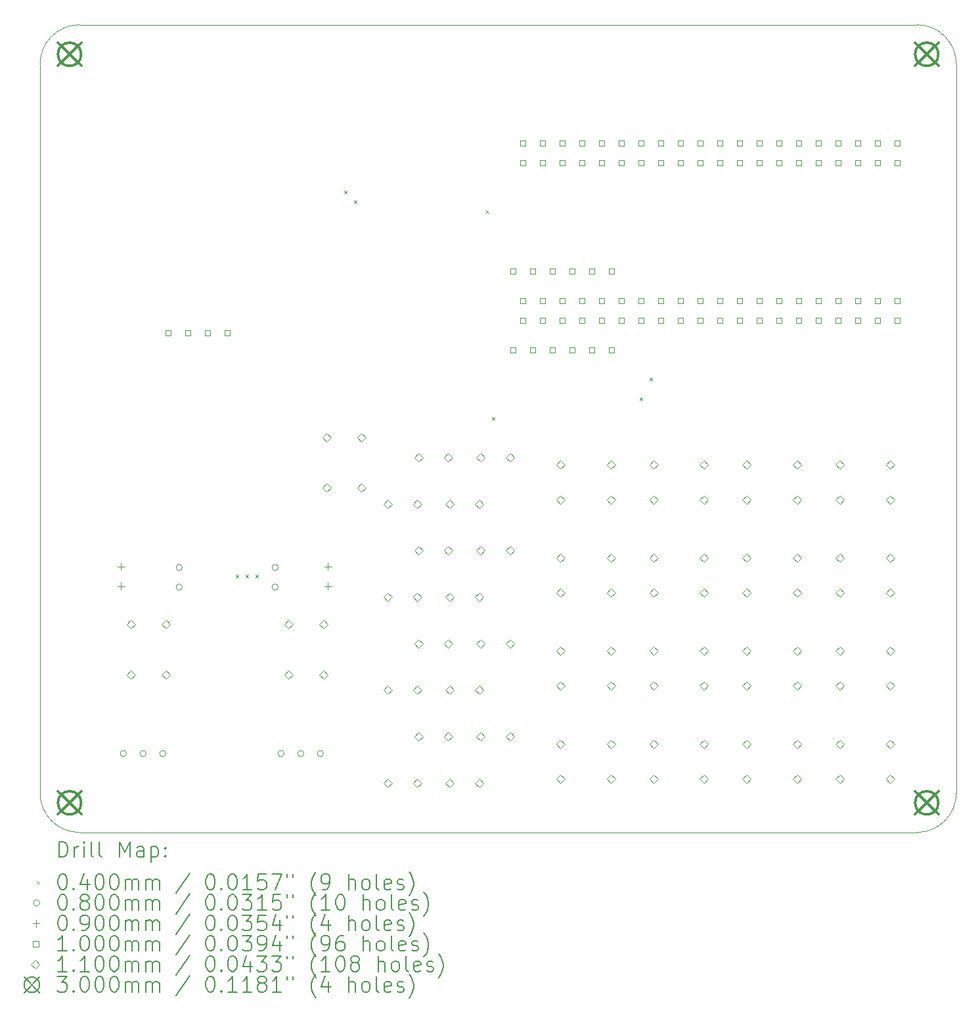
<source format=gbr>
%TF.GenerationSoftware,KiCad,Pcbnew,7.0.2-0*%
%TF.CreationDate,2023-07-30T12:28:51-05:00*%
%TF.ProjectId,CowPi-mk3c,436f7750-692d-46d6-9b33-632e6b696361,mk3c*%
%TF.SameCoordinates,Original*%
%TF.FileFunction,Drillmap*%
%TF.FilePolarity,Positive*%
%FSLAX45Y45*%
G04 Gerber Fmt 4.5, Leading zero omitted, Abs format (unit mm)*
G04 Created by KiCad (PCBNEW 7.0.2-0) date 2023-07-30 12:28:51*
%MOMM*%
%LPD*%
G01*
G04 APERTURE LIST*
%ADD10C,0.100000*%
%ADD11C,0.200000*%
%ADD12C,0.040000*%
%ADD13C,0.080000*%
%ADD14C,0.090000*%
%ADD15C,0.110000*%
%ADD16C,0.300000*%
G04 APERTURE END LIST*
D10*
X19087000Y-5210732D02*
X8292000Y-5210732D01*
X19594998Y-5718732D02*
G75*
G03*
X19087000Y-5210732I-507998J2D01*
G01*
X7784000Y-5718732D02*
X7784000Y-15116732D01*
X7783998Y-15116732D02*
G75*
G03*
X8292000Y-15624732I508002J2D01*
G01*
X8292000Y-5210730D02*
G75*
G03*
X7784000Y-5718732I0J-508000D01*
G01*
X8292000Y-15624732D02*
X19087000Y-15624732D01*
X19087000Y-15624730D02*
G75*
G03*
X19595000Y-15116732I0J508000D01*
G01*
X19595000Y-5718732D02*
X19595000Y-15116732D01*
D11*
D12*
X10304000Y-12302732D02*
X10344000Y-12342732D01*
X10344000Y-12302732D02*
X10304000Y-12342732D01*
X10431000Y-12302732D02*
X10471000Y-12342732D01*
X10471000Y-12302732D02*
X10431000Y-12342732D01*
X10558000Y-12302732D02*
X10598000Y-12342732D01*
X10598000Y-12302732D02*
X10558000Y-12342732D01*
X11701000Y-7349732D02*
X11741000Y-7389732D01*
X11741000Y-7349732D02*
X11701000Y-7389732D01*
X11828000Y-7476732D02*
X11868000Y-7516732D01*
X11868000Y-7476732D02*
X11828000Y-7516732D01*
X13525486Y-7602750D02*
X13565486Y-7642750D01*
X13565486Y-7602750D02*
X13525486Y-7642750D01*
X13606000Y-10270732D02*
X13646000Y-10310732D01*
X13646000Y-10270732D02*
X13606000Y-10310732D01*
X15511000Y-10016732D02*
X15551000Y-10056732D01*
X15551000Y-10016732D02*
X15511000Y-10056732D01*
X15638000Y-9762732D02*
X15678000Y-9802732D01*
X15678000Y-9762732D02*
X15638000Y-9802732D01*
D13*
X8898000Y-14608732D02*
G75*
G03*
X8898000Y-14608732I-40000J0D01*
G01*
X9152000Y-14608732D02*
G75*
G03*
X9152000Y-14608732I-40000J0D01*
G01*
X9406000Y-14608732D02*
G75*
G03*
X9406000Y-14608732I-40000J0D01*
G01*
X9617743Y-12208323D02*
G75*
G03*
X9617743Y-12208323I-40000J0D01*
G01*
X9617743Y-12462323D02*
G75*
G03*
X9617743Y-12462323I-40000J0D01*
G01*
X10854743Y-12208323D02*
G75*
G03*
X10854743Y-12208323I-40000J0D01*
G01*
X10854743Y-12462323D02*
G75*
G03*
X10854743Y-12462323I-40000J0D01*
G01*
X10930000Y-14608732D02*
G75*
G03*
X10930000Y-14608732I-40000J0D01*
G01*
X11184000Y-14608732D02*
G75*
G03*
X11184000Y-14608732I-40000J0D01*
G01*
X11438000Y-14608732D02*
G75*
G03*
X11438000Y-14608732I-40000J0D01*
G01*
D14*
X8829000Y-12150732D02*
X8829000Y-12240732D01*
X8784000Y-12195732D02*
X8874000Y-12195732D01*
X8829000Y-12404732D02*
X8829000Y-12494732D01*
X8784000Y-12449732D02*
X8874000Y-12449732D01*
X11496000Y-12150732D02*
X11496000Y-12240732D01*
X11451000Y-12195732D02*
X11541000Y-12195732D01*
X11496000Y-12404732D02*
X11496000Y-12494732D01*
X11451000Y-12449732D02*
X11541000Y-12449732D01*
D10*
X9470356Y-9220837D02*
X9470356Y-9150126D01*
X9399644Y-9150126D01*
X9399644Y-9220837D01*
X9470356Y-9220837D01*
X9724356Y-9220837D02*
X9724356Y-9150126D01*
X9653644Y-9150126D01*
X9653644Y-9220837D01*
X9724356Y-9220837D01*
X9978356Y-9220837D02*
X9978356Y-9150126D01*
X9907644Y-9150126D01*
X9907644Y-9220837D01*
X9978356Y-9220837D01*
X10232356Y-9220837D02*
X10232356Y-9150126D01*
X10161644Y-9150126D01*
X10161644Y-9220837D01*
X10232356Y-9220837D01*
X13915356Y-8421087D02*
X13915356Y-8350376D01*
X13844644Y-8350376D01*
X13844644Y-8421087D01*
X13915356Y-8421087D01*
X13915356Y-9437087D02*
X13915356Y-9366376D01*
X13844644Y-9366376D01*
X13844644Y-9437087D01*
X13915356Y-9437087D01*
X14042356Y-6770087D02*
X14042356Y-6699376D01*
X13971644Y-6699376D01*
X13971644Y-6770087D01*
X14042356Y-6770087D01*
X14042356Y-7024087D02*
X14042356Y-6953376D01*
X13971644Y-6953376D01*
X13971644Y-7024087D01*
X14042356Y-7024087D01*
X14042356Y-8802087D02*
X14042356Y-8731376D01*
X13971644Y-8731376D01*
X13971644Y-8802087D01*
X14042356Y-8802087D01*
X14042356Y-9056087D02*
X14042356Y-8985376D01*
X13971644Y-8985376D01*
X13971644Y-9056087D01*
X14042356Y-9056087D01*
X14169356Y-8421087D02*
X14169356Y-8350376D01*
X14098644Y-8350376D01*
X14098644Y-8421087D01*
X14169356Y-8421087D01*
X14169356Y-9437087D02*
X14169356Y-9366376D01*
X14098644Y-9366376D01*
X14098644Y-9437087D01*
X14169356Y-9437087D01*
X14296356Y-6770087D02*
X14296356Y-6699376D01*
X14225644Y-6699376D01*
X14225644Y-6770087D01*
X14296356Y-6770087D01*
X14296356Y-7024087D02*
X14296356Y-6953376D01*
X14225644Y-6953376D01*
X14225644Y-7024087D01*
X14296356Y-7024087D01*
X14296356Y-8802087D02*
X14296356Y-8731376D01*
X14225644Y-8731376D01*
X14225644Y-8802087D01*
X14296356Y-8802087D01*
X14296356Y-9056087D02*
X14296356Y-8985376D01*
X14225644Y-8985376D01*
X14225644Y-9056087D01*
X14296356Y-9056087D01*
X14423356Y-8421087D02*
X14423356Y-8350376D01*
X14352644Y-8350376D01*
X14352644Y-8421087D01*
X14423356Y-8421087D01*
X14423356Y-9437087D02*
X14423356Y-9366376D01*
X14352644Y-9366376D01*
X14352644Y-9437087D01*
X14423356Y-9437087D01*
X14550356Y-6770087D02*
X14550356Y-6699376D01*
X14479644Y-6699376D01*
X14479644Y-6770087D01*
X14550356Y-6770087D01*
X14550356Y-7024087D02*
X14550356Y-6953376D01*
X14479644Y-6953376D01*
X14479644Y-7024087D01*
X14550356Y-7024087D01*
X14550356Y-8802087D02*
X14550356Y-8731376D01*
X14479644Y-8731376D01*
X14479644Y-8802087D01*
X14550356Y-8802087D01*
X14550356Y-9056087D02*
X14550356Y-8985376D01*
X14479644Y-8985376D01*
X14479644Y-9056087D01*
X14550356Y-9056087D01*
X14677356Y-8421087D02*
X14677356Y-8350376D01*
X14606644Y-8350376D01*
X14606644Y-8421087D01*
X14677356Y-8421087D01*
X14677356Y-9437087D02*
X14677356Y-9366376D01*
X14606644Y-9366376D01*
X14606644Y-9437087D01*
X14677356Y-9437087D01*
X14804356Y-6770087D02*
X14804356Y-6699376D01*
X14733644Y-6699376D01*
X14733644Y-6770087D01*
X14804356Y-6770087D01*
X14804356Y-7024087D02*
X14804356Y-6953376D01*
X14733644Y-6953376D01*
X14733644Y-7024087D01*
X14804356Y-7024087D01*
X14804356Y-8802087D02*
X14804356Y-8731376D01*
X14733644Y-8731376D01*
X14733644Y-8802087D01*
X14804356Y-8802087D01*
X14804356Y-9056087D02*
X14804356Y-8985376D01*
X14733644Y-8985376D01*
X14733644Y-9056087D01*
X14804356Y-9056087D01*
X14931356Y-8421087D02*
X14931356Y-8350376D01*
X14860644Y-8350376D01*
X14860644Y-8421087D01*
X14931356Y-8421087D01*
X14931356Y-9437087D02*
X14931356Y-9366376D01*
X14860644Y-9366376D01*
X14860644Y-9437087D01*
X14931356Y-9437087D01*
X15058356Y-6770087D02*
X15058356Y-6699376D01*
X14987644Y-6699376D01*
X14987644Y-6770087D01*
X15058356Y-6770087D01*
X15058356Y-7024087D02*
X15058356Y-6953376D01*
X14987644Y-6953376D01*
X14987644Y-7024087D01*
X15058356Y-7024087D01*
X15058356Y-8802087D02*
X15058356Y-8731376D01*
X14987644Y-8731376D01*
X14987644Y-8802087D01*
X15058356Y-8802087D01*
X15058356Y-9056087D02*
X15058356Y-8985376D01*
X14987644Y-8985376D01*
X14987644Y-9056087D01*
X15058356Y-9056087D01*
X15185356Y-8421087D02*
X15185356Y-8350376D01*
X15114644Y-8350376D01*
X15114644Y-8421087D01*
X15185356Y-8421087D01*
X15185356Y-9437087D02*
X15185356Y-9366376D01*
X15114644Y-9366376D01*
X15114644Y-9437087D01*
X15185356Y-9437087D01*
X15312356Y-6770087D02*
X15312356Y-6699376D01*
X15241644Y-6699376D01*
X15241644Y-6770087D01*
X15312356Y-6770087D01*
X15312356Y-7024087D02*
X15312356Y-6953376D01*
X15241644Y-6953376D01*
X15241644Y-7024087D01*
X15312356Y-7024087D01*
X15312356Y-8802087D02*
X15312356Y-8731376D01*
X15241644Y-8731376D01*
X15241644Y-8802087D01*
X15312356Y-8802087D01*
X15312356Y-9056087D02*
X15312356Y-8985376D01*
X15241644Y-8985376D01*
X15241644Y-9056087D01*
X15312356Y-9056087D01*
X15566356Y-6770087D02*
X15566356Y-6699376D01*
X15495644Y-6699376D01*
X15495644Y-6770087D01*
X15566356Y-6770087D01*
X15566356Y-7024087D02*
X15566356Y-6953376D01*
X15495644Y-6953376D01*
X15495644Y-7024087D01*
X15566356Y-7024087D01*
X15566356Y-8802087D02*
X15566356Y-8731376D01*
X15495644Y-8731376D01*
X15495644Y-8802087D01*
X15566356Y-8802087D01*
X15566356Y-9056087D02*
X15566356Y-8985376D01*
X15495644Y-8985376D01*
X15495644Y-9056087D01*
X15566356Y-9056087D01*
X15820356Y-6770087D02*
X15820356Y-6699376D01*
X15749644Y-6699376D01*
X15749644Y-6770087D01*
X15820356Y-6770087D01*
X15820356Y-7024087D02*
X15820356Y-6953376D01*
X15749644Y-6953376D01*
X15749644Y-7024087D01*
X15820356Y-7024087D01*
X15820356Y-8802087D02*
X15820356Y-8731376D01*
X15749644Y-8731376D01*
X15749644Y-8802087D01*
X15820356Y-8802087D01*
X15820356Y-9056087D02*
X15820356Y-8985376D01*
X15749644Y-8985376D01*
X15749644Y-9056087D01*
X15820356Y-9056087D01*
X16074356Y-6770087D02*
X16074356Y-6699376D01*
X16003644Y-6699376D01*
X16003644Y-6770087D01*
X16074356Y-6770087D01*
X16074356Y-7024087D02*
X16074356Y-6953376D01*
X16003644Y-6953376D01*
X16003644Y-7024087D01*
X16074356Y-7024087D01*
X16074356Y-8802087D02*
X16074356Y-8731376D01*
X16003644Y-8731376D01*
X16003644Y-8802087D01*
X16074356Y-8802087D01*
X16074356Y-9056087D02*
X16074356Y-8985376D01*
X16003644Y-8985376D01*
X16003644Y-9056087D01*
X16074356Y-9056087D01*
X16328356Y-6770087D02*
X16328356Y-6699376D01*
X16257644Y-6699376D01*
X16257644Y-6770087D01*
X16328356Y-6770087D01*
X16328356Y-7024087D02*
X16328356Y-6953376D01*
X16257644Y-6953376D01*
X16257644Y-7024087D01*
X16328356Y-7024087D01*
X16328356Y-8802087D02*
X16328356Y-8731376D01*
X16257644Y-8731376D01*
X16257644Y-8802087D01*
X16328356Y-8802087D01*
X16328356Y-9056087D02*
X16328356Y-8985376D01*
X16257644Y-8985376D01*
X16257644Y-9056087D01*
X16328356Y-9056087D01*
X16582356Y-6770087D02*
X16582356Y-6699376D01*
X16511644Y-6699376D01*
X16511644Y-6770087D01*
X16582356Y-6770087D01*
X16582356Y-7024087D02*
X16582356Y-6953376D01*
X16511644Y-6953376D01*
X16511644Y-7024087D01*
X16582356Y-7024087D01*
X16582356Y-8802087D02*
X16582356Y-8731376D01*
X16511644Y-8731376D01*
X16511644Y-8802087D01*
X16582356Y-8802087D01*
X16582356Y-9056087D02*
X16582356Y-8985376D01*
X16511644Y-8985376D01*
X16511644Y-9056087D01*
X16582356Y-9056087D01*
X16836356Y-6770087D02*
X16836356Y-6699376D01*
X16765644Y-6699376D01*
X16765644Y-6770087D01*
X16836356Y-6770087D01*
X16836356Y-7024087D02*
X16836356Y-6953376D01*
X16765644Y-6953376D01*
X16765644Y-7024087D01*
X16836356Y-7024087D01*
X16836356Y-8802087D02*
X16836356Y-8731376D01*
X16765644Y-8731376D01*
X16765644Y-8802087D01*
X16836356Y-8802087D01*
X16836356Y-9056087D02*
X16836356Y-8985376D01*
X16765644Y-8985376D01*
X16765644Y-9056087D01*
X16836356Y-9056087D01*
X17090356Y-6770087D02*
X17090356Y-6699376D01*
X17019644Y-6699376D01*
X17019644Y-6770087D01*
X17090356Y-6770087D01*
X17090356Y-7024087D02*
X17090356Y-6953376D01*
X17019644Y-6953376D01*
X17019644Y-7024087D01*
X17090356Y-7024087D01*
X17090356Y-8802087D02*
X17090356Y-8731376D01*
X17019644Y-8731376D01*
X17019644Y-8802087D01*
X17090356Y-8802087D01*
X17090356Y-9056087D02*
X17090356Y-8985376D01*
X17019644Y-8985376D01*
X17019644Y-9056087D01*
X17090356Y-9056087D01*
X17344356Y-6770087D02*
X17344356Y-6699376D01*
X17273644Y-6699376D01*
X17273644Y-6770087D01*
X17344356Y-6770087D01*
X17344356Y-7024087D02*
X17344356Y-6953376D01*
X17273644Y-6953376D01*
X17273644Y-7024087D01*
X17344356Y-7024087D01*
X17344356Y-8802087D02*
X17344356Y-8731376D01*
X17273644Y-8731376D01*
X17273644Y-8802087D01*
X17344356Y-8802087D01*
X17344356Y-9056087D02*
X17344356Y-8985376D01*
X17273644Y-8985376D01*
X17273644Y-9056087D01*
X17344356Y-9056087D01*
X17598356Y-6770087D02*
X17598356Y-6699376D01*
X17527644Y-6699376D01*
X17527644Y-6770087D01*
X17598356Y-6770087D01*
X17598356Y-7024087D02*
X17598356Y-6953376D01*
X17527644Y-6953376D01*
X17527644Y-7024087D01*
X17598356Y-7024087D01*
X17598356Y-8802087D02*
X17598356Y-8731376D01*
X17527644Y-8731376D01*
X17527644Y-8802087D01*
X17598356Y-8802087D01*
X17598356Y-9056087D02*
X17598356Y-8985376D01*
X17527644Y-8985376D01*
X17527644Y-9056087D01*
X17598356Y-9056087D01*
X17852356Y-6770087D02*
X17852356Y-6699376D01*
X17781644Y-6699376D01*
X17781644Y-6770087D01*
X17852356Y-6770087D01*
X17852356Y-7024087D02*
X17852356Y-6953376D01*
X17781644Y-6953376D01*
X17781644Y-7024087D01*
X17852356Y-7024087D01*
X17852356Y-8802087D02*
X17852356Y-8731376D01*
X17781644Y-8731376D01*
X17781644Y-8802087D01*
X17852356Y-8802087D01*
X17852356Y-9056087D02*
X17852356Y-8985376D01*
X17781644Y-8985376D01*
X17781644Y-9056087D01*
X17852356Y-9056087D01*
X18106356Y-6770087D02*
X18106356Y-6699376D01*
X18035644Y-6699376D01*
X18035644Y-6770087D01*
X18106356Y-6770087D01*
X18106356Y-7024087D02*
X18106356Y-6953376D01*
X18035644Y-6953376D01*
X18035644Y-7024087D01*
X18106356Y-7024087D01*
X18106356Y-8802087D02*
X18106356Y-8731376D01*
X18035644Y-8731376D01*
X18035644Y-8802087D01*
X18106356Y-8802087D01*
X18106356Y-9056087D02*
X18106356Y-8985376D01*
X18035644Y-8985376D01*
X18035644Y-9056087D01*
X18106356Y-9056087D01*
X18360356Y-6770087D02*
X18360356Y-6699376D01*
X18289644Y-6699376D01*
X18289644Y-6770087D01*
X18360356Y-6770087D01*
X18360356Y-7024087D02*
X18360356Y-6953376D01*
X18289644Y-6953376D01*
X18289644Y-7024087D01*
X18360356Y-7024087D01*
X18360356Y-8802087D02*
X18360356Y-8731376D01*
X18289644Y-8731376D01*
X18289644Y-8802087D01*
X18360356Y-8802087D01*
X18360356Y-9056087D02*
X18360356Y-8985376D01*
X18289644Y-8985376D01*
X18289644Y-9056087D01*
X18360356Y-9056087D01*
X18614356Y-6770087D02*
X18614356Y-6699376D01*
X18543644Y-6699376D01*
X18543644Y-6770087D01*
X18614356Y-6770087D01*
X18614356Y-7024087D02*
X18614356Y-6953376D01*
X18543644Y-6953376D01*
X18543644Y-7024087D01*
X18614356Y-7024087D01*
X18614356Y-8802087D02*
X18614356Y-8731376D01*
X18543644Y-8731376D01*
X18543644Y-8802087D01*
X18614356Y-8802087D01*
X18614356Y-9056087D02*
X18614356Y-8985376D01*
X18543644Y-8985376D01*
X18543644Y-9056087D01*
X18614356Y-9056087D01*
X18868356Y-6770087D02*
X18868356Y-6699376D01*
X18797644Y-6699376D01*
X18797644Y-6770087D01*
X18868356Y-6770087D01*
X18868356Y-7024087D02*
X18868356Y-6953376D01*
X18797644Y-6953376D01*
X18797644Y-7024087D01*
X18868356Y-7024087D01*
X18868356Y-8802087D02*
X18868356Y-8731376D01*
X18797644Y-8731376D01*
X18797644Y-8802087D01*
X18868356Y-8802087D01*
X18868356Y-9056087D02*
X18868356Y-8985376D01*
X18797644Y-8985376D01*
X18797644Y-9056087D01*
X18868356Y-9056087D01*
D15*
X8956000Y-12997732D02*
X9011000Y-12942732D01*
X8956000Y-12887732D01*
X8901000Y-12942732D01*
X8956000Y-12997732D01*
X8956000Y-13647732D02*
X9011000Y-13592732D01*
X8956000Y-13537732D01*
X8901000Y-13592732D01*
X8956000Y-13647732D01*
X9406000Y-12997732D02*
X9461000Y-12942732D01*
X9406000Y-12887732D01*
X9351000Y-12942732D01*
X9406000Y-12997732D01*
X9406000Y-13647732D02*
X9461000Y-13592732D01*
X9406000Y-13537732D01*
X9351000Y-13592732D01*
X9406000Y-13647732D01*
X10988000Y-12997732D02*
X11043000Y-12942732D01*
X10988000Y-12887732D01*
X10933000Y-12942732D01*
X10988000Y-12997732D01*
X10988000Y-13647732D02*
X11043000Y-13592732D01*
X10988000Y-13537732D01*
X10933000Y-13592732D01*
X10988000Y-13647732D01*
X11438000Y-12997732D02*
X11493000Y-12942732D01*
X11438000Y-12887732D01*
X11383000Y-12942732D01*
X11438000Y-12997732D01*
X11438000Y-13647732D02*
X11493000Y-13592732D01*
X11438000Y-13537732D01*
X11383000Y-13592732D01*
X11438000Y-13647732D01*
X11477341Y-10585436D02*
X11532341Y-10530436D01*
X11477341Y-10475436D01*
X11422341Y-10530436D01*
X11477341Y-10585436D01*
X11477341Y-11235436D02*
X11532341Y-11180436D01*
X11477341Y-11125436D01*
X11422341Y-11180436D01*
X11477341Y-11235436D01*
X11927341Y-10585436D02*
X11982341Y-10530436D01*
X11927341Y-10475436D01*
X11872341Y-10530436D01*
X11927341Y-10585436D01*
X11927341Y-11235436D02*
X11982341Y-11180436D01*
X11927341Y-11125436D01*
X11872341Y-11180436D01*
X11927341Y-11235436D01*
X12265000Y-11444732D02*
X12320000Y-11389732D01*
X12265000Y-11334732D01*
X12210000Y-11389732D01*
X12265000Y-11444732D01*
X12265000Y-12644732D02*
X12320000Y-12589732D01*
X12265000Y-12534732D01*
X12210000Y-12589732D01*
X12265000Y-12644732D01*
X12265000Y-13844732D02*
X12320000Y-13789732D01*
X12265000Y-13734732D01*
X12210000Y-13789732D01*
X12265000Y-13844732D01*
X12265000Y-15044732D02*
X12320000Y-14989732D01*
X12265000Y-14934732D01*
X12210000Y-14989732D01*
X12265000Y-15044732D01*
X12646000Y-11444732D02*
X12701000Y-11389732D01*
X12646000Y-11334732D01*
X12591000Y-11389732D01*
X12646000Y-11444732D01*
X12646000Y-12644732D02*
X12701000Y-12589732D01*
X12646000Y-12534732D01*
X12591000Y-12589732D01*
X12646000Y-12644732D01*
X12646000Y-13844732D02*
X12701000Y-13789732D01*
X12646000Y-13734732D01*
X12591000Y-13789732D01*
X12646000Y-13844732D01*
X12646000Y-15044732D02*
X12701000Y-14989732D01*
X12646000Y-14934732D01*
X12591000Y-14989732D01*
X12646000Y-15044732D01*
X12665000Y-10844732D02*
X12720000Y-10789732D01*
X12665000Y-10734732D01*
X12610000Y-10789732D01*
X12665000Y-10844732D01*
X12665000Y-12044732D02*
X12720000Y-11989732D01*
X12665000Y-11934732D01*
X12610000Y-11989732D01*
X12665000Y-12044732D01*
X12665000Y-13244732D02*
X12720000Y-13189732D01*
X12665000Y-13134732D01*
X12610000Y-13189732D01*
X12665000Y-13244732D01*
X12665000Y-14444732D02*
X12720000Y-14389732D01*
X12665000Y-14334732D01*
X12610000Y-14389732D01*
X12665000Y-14444732D01*
X13046000Y-10844732D02*
X13101000Y-10789732D01*
X13046000Y-10734732D01*
X12991000Y-10789732D01*
X13046000Y-10844732D01*
X13046000Y-12044732D02*
X13101000Y-11989732D01*
X13046000Y-11934732D01*
X12991000Y-11989732D01*
X13046000Y-12044732D01*
X13046000Y-13244732D02*
X13101000Y-13189732D01*
X13046000Y-13134732D01*
X12991000Y-13189732D01*
X13046000Y-13244732D01*
X13046000Y-14444732D02*
X13101000Y-14389732D01*
X13046000Y-14334732D01*
X12991000Y-14389732D01*
X13046000Y-14444732D01*
X13065000Y-11444732D02*
X13120000Y-11389732D01*
X13065000Y-11334732D01*
X13010000Y-11389732D01*
X13065000Y-11444732D01*
X13065000Y-12644732D02*
X13120000Y-12589732D01*
X13065000Y-12534732D01*
X13010000Y-12589732D01*
X13065000Y-12644732D01*
X13065000Y-13844732D02*
X13120000Y-13789732D01*
X13065000Y-13734732D01*
X13010000Y-13789732D01*
X13065000Y-13844732D01*
X13065000Y-15044732D02*
X13120000Y-14989732D01*
X13065000Y-14934732D01*
X13010000Y-14989732D01*
X13065000Y-15044732D01*
X13446000Y-11444732D02*
X13501000Y-11389732D01*
X13446000Y-11334732D01*
X13391000Y-11389732D01*
X13446000Y-11444732D01*
X13446000Y-12644732D02*
X13501000Y-12589732D01*
X13446000Y-12534732D01*
X13391000Y-12589732D01*
X13446000Y-12644732D01*
X13446000Y-13844732D02*
X13501000Y-13789732D01*
X13446000Y-13734732D01*
X13391000Y-13789732D01*
X13446000Y-13844732D01*
X13446000Y-15044732D02*
X13501000Y-14989732D01*
X13446000Y-14934732D01*
X13391000Y-14989732D01*
X13446000Y-15044732D01*
X13465000Y-10844732D02*
X13520000Y-10789732D01*
X13465000Y-10734732D01*
X13410000Y-10789732D01*
X13465000Y-10844732D01*
X13465000Y-12044732D02*
X13520000Y-11989732D01*
X13465000Y-11934732D01*
X13410000Y-11989732D01*
X13465000Y-12044732D01*
X13465000Y-13244732D02*
X13520000Y-13189732D01*
X13465000Y-13134732D01*
X13410000Y-13189732D01*
X13465000Y-13244732D01*
X13465000Y-14444732D02*
X13520000Y-14389732D01*
X13465000Y-14334732D01*
X13410000Y-14389732D01*
X13465000Y-14444732D01*
X13846000Y-10844732D02*
X13901000Y-10789732D01*
X13846000Y-10734732D01*
X13791000Y-10789732D01*
X13846000Y-10844732D01*
X13846000Y-12044732D02*
X13901000Y-11989732D01*
X13846000Y-11934732D01*
X13791000Y-11989732D01*
X13846000Y-12044732D01*
X13846000Y-13244732D02*
X13901000Y-13189732D01*
X13846000Y-13134732D01*
X13791000Y-13189732D01*
X13846000Y-13244732D01*
X13846000Y-14444732D02*
X13901000Y-14389732D01*
X13846000Y-14334732D01*
X13791000Y-14389732D01*
X13846000Y-14444732D01*
X14494000Y-10939732D02*
X14549000Y-10884732D01*
X14494000Y-10829732D01*
X14439000Y-10884732D01*
X14494000Y-10939732D01*
X14494000Y-11389732D02*
X14549000Y-11334732D01*
X14494000Y-11279732D01*
X14439000Y-11334732D01*
X14494000Y-11389732D01*
X14494000Y-12139732D02*
X14549000Y-12084732D01*
X14494000Y-12029732D01*
X14439000Y-12084732D01*
X14494000Y-12139732D01*
X14494000Y-12589732D02*
X14549000Y-12534732D01*
X14494000Y-12479732D01*
X14439000Y-12534732D01*
X14494000Y-12589732D01*
X14494000Y-13339732D02*
X14549000Y-13284732D01*
X14494000Y-13229732D01*
X14439000Y-13284732D01*
X14494000Y-13339732D01*
X14494000Y-13789732D02*
X14549000Y-13734732D01*
X14494000Y-13679732D01*
X14439000Y-13734732D01*
X14494000Y-13789732D01*
X14494000Y-14539732D02*
X14549000Y-14484732D01*
X14494000Y-14429732D01*
X14439000Y-14484732D01*
X14494000Y-14539732D01*
X14494000Y-14989732D02*
X14549000Y-14934732D01*
X14494000Y-14879732D01*
X14439000Y-14934732D01*
X14494000Y-14989732D01*
X15144000Y-10939732D02*
X15199000Y-10884732D01*
X15144000Y-10829732D01*
X15089000Y-10884732D01*
X15144000Y-10939732D01*
X15144000Y-11389732D02*
X15199000Y-11334732D01*
X15144000Y-11279732D01*
X15089000Y-11334732D01*
X15144000Y-11389732D01*
X15144000Y-12139732D02*
X15199000Y-12084732D01*
X15144000Y-12029732D01*
X15089000Y-12084732D01*
X15144000Y-12139732D01*
X15144000Y-12589732D02*
X15199000Y-12534732D01*
X15144000Y-12479732D01*
X15089000Y-12534732D01*
X15144000Y-12589732D01*
X15144000Y-13339732D02*
X15199000Y-13284732D01*
X15144000Y-13229732D01*
X15089000Y-13284732D01*
X15144000Y-13339732D01*
X15144000Y-13789732D02*
X15199000Y-13734732D01*
X15144000Y-13679732D01*
X15089000Y-13734732D01*
X15144000Y-13789732D01*
X15144000Y-14539732D02*
X15199000Y-14484732D01*
X15144000Y-14429732D01*
X15089000Y-14484732D01*
X15144000Y-14539732D01*
X15144000Y-14989732D02*
X15199000Y-14934732D01*
X15144000Y-14879732D01*
X15089000Y-14934732D01*
X15144000Y-14989732D01*
X15694000Y-10939732D02*
X15749000Y-10884732D01*
X15694000Y-10829732D01*
X15639000Y-10884732D01*
X15694000Y-10939732D01*
X15694000Y-11389732D02*
X15749000Y-11334732D01*
X15694000Y-11279732D01*
X15639000Y-11334732D01*
X15694000Y-11389732D01*
X15694000Y-12139732D02*
X15749000Y-12084732D01*
X15694000Y-12029732D01*
X15639000Y-12084732D01*
X15694000Y-12139732D01*
X15694000Y-12589732D02*
X15749000Y-12534732D01*
X15694000Y-12479732D01*
X15639000Y-12534732D01*
X15694000Y-12589732D01*
X15694000Y-13339732D02*
X15749000Y-13284732D01*
X15694000Y-13229732D01*
X15639000Y-13284732D01*
X15694000Y-13339732D01*
X15694000Y-13789732D02*
X15749000Y-13734732D01*
X15694000Y-13679732D01*
X15639000Y-13734732D01*
X15694000Y-13789732D01*
X15694000Y-14539732D02*
X15749000Y-14484732D01*
X15694000Y-14429732D01*
X15639000Y-14484732D01*
X15694000Y-14539732D01*
X15694000Y-14989732D02*
X15749000Y-14934732D01*
X15694000Y-14879732D01*
X15639000Y-14934732D01*
X15694000Y-14989732D01*
X16344000Y-10939732D02*
X16399000Y-10884732D01*
X16344000Y-10829732D01*
X16289000Y-10884732D01*
X16344000Y-10939732D01*
X16344000Y-11389732D02*
X16399000Y-11334732D01*
X16344000Y-11279732D01*
X16289000Y-11334732D01*
X16344000Y-11389732D01*
X16344000Y-12139732D02*
X16399000Y-12084732D01*
X16344000Y-12029732D01*
X16289000Y-12084732D01*
X16344000Y-12139732D01*
X16344000Y-12589732D02*
X16399000Y-12534732D01*
X16344000Y-12479732D01*
X16289000Y-12534732D01*
X16344000Y-12589732D01*
X16344000Y-13339732D02*
X16399000Y-13284732D01*
X16344000Y-13229732D01*
X16289000Y-13284732D01*
X16344000Y-13339732D01*
X16344000Y-13789732D02*
X16399000Y-13734732D01*
X16344000Y-13679732D01*
X16289000Y-13734732D01*
X16344000Y-13789732D01*
X16344000Y-14539732D02*
X16399000Y-14484732D01*
X16344000Y-14429732D01*
X16289000Y-14484732D01*
X16344000Y-14539732D01*
X16344000Y-14989732D02*
X16399000Y-14934732D01*
X16344000Y-14879732D01*
X16289000Y-14934732D01*
X16344000Y-14989732D01*
X16894000Y-10939732D02*
X16949000Y-10884732D01*
X16894000Y-10829732D01*
X16839000Y-10884732D01*
X16894000Y-10939732D01*
X16894000Y-11389732D02*
X16949000Y-11334732D01*
X16894000Y-11279732D01*
X16839000Y-11334732D01*
X16894000Y-11389732D01*
X16894000Y-12139732D02*
X16949000Y-12084732D01*
X16894000Y-12029732D01*
X16839000Y-12084732D01*
X16894000Y-12139732D01*
X16894000Y-12589732D02*
X16949000Y-12534732D01*
X16894000Y-12479732D01*
X16839000Y-12534732D01*
X16894000Y-12589732D01*
X16894000Y-13339732D02*
X16949000Y-13284732D01*
X16894000Y-13229732D01*
X16839000Y-13284732D01*
X16894000Y-13339732D01*
X16894000Y-13789732D02*
X16949000Y-13734732D01*
X16894000Y-13679732D01*
X16839000Y-13734732D01*
X16894000Y-13789732D01*
X16894000Y-14539732D02*
X16949000Y-14484732D01*
X16894000Y-14429732D01*
X16839000Y-14484732D01*
X16894000Y-14539732D01*
X16894000Y-14989732D02*
X16949000Y-14934732D01*
X16894000Y-14879732D01*
X16839000Y-14934732D01*
X16894000Y-14989732D01*
X17544000Y-10939732D02*
X17599000Y-10884732D01*
X17544000Y-10829732D01*
X17489000Y-10884732D01*
X17544000Y-10939732D01*
X17544000Y-11389732D02*
X17599000Y-11334732D01*
X17544000Y-11279732D01*
X17489000Y-11334732D01*
X17544000Y-11389732D01*
X17544000Y-12139732D02*
X17599000Y-12084732D01*
X17544000Y-12029732D01*
X17489000Y-12084732D01*
X17544000Y-12139732D01*
X17544000Y-12589732D02*
X17599000Y-12534732D01*
X17544000Y-12479732D01*
X17489000Y-12534732D01*
X17544000Y-12589732D01*
X17544000Y-13339732D02*
X17599000Y-13284732D01*
X17544000Y-13229732D01*
X17489000Y-13284732D01*
X17544000Y-13339732D01*
X17544000Y-13789732D02*
X17599000Y-13734732D01*
X17544000Y-13679732D01*
X17489000Y-13734732D01*
X17544000Y-13789732D01*
X17544000Y-14539732D02*
X17599000Y-14484732D01*
X17544000Y-14429732D01*
X17489000Y-14484732D01*
X17544000Y-14539732D01*
X17544000Y-14989732D02*
X17599000Y-14934732D01*
X17544000Y-14879732D01*
X17489000Y-14934732D01*
X17544000Y-14989732D01*
X18094000Y-10939732D02*
X18149000Y-10884732D01*
X18094000Y-10829732D01*
X18039000Y-10884732D01*
X18094000Y-10939732D01*
X18094000Y-11389732D02*
X18149000Y-11334732D01*
X18094000Y-11279732D01*
X18039000Y-11334732D01*
X18094000Y-11389732D01*
X18094000Y-12139732D02*
X18149000Y-12084732D01*
X18094000Y-12029732D01*
X18039000Y-12084732D01*
X18094000Y-12139732D01*
X18094000Y-12589732D02*
X18149000Y-12534732D01*
X18094000Y-12479732D01*
X18039000Y-12534732D01*
X18094000Y-12589732D01*
X18094000Y-13339732D02*
X18149000Y-13284732D01*
X18094000Y-13229732D01*
X18039000Y-13284732D01*
X18094000Y-13339732D01*
X18094000Y-13789732D02*
X18149000Y-13734732D01*
X18094000Y-13679732D01*
X18039000Y-13734732D01*
X18094000Y-13789732D01*
X18094000Y-14539732D02*
X18149000Y-14484732D01*
X18094000Y-14429732D01*
X18039000Y-14484732D01*
X18094000Y-14539732D01*
X18094000Y-14989732D02*
X18149000Y-14934732D01*
X18094000Y-14879732D01*
X18039000Y-14934732D01*
X18094000Y-14989732D01*
X18744000Y-10939732D02*
X18799000Y-10884732D01*
X18744000Y-10829732D01*
X18689000Y-10884732D01*
X18744000Y-10939732D01*
X18744000Y-11389732D02*
X18799000Y-11334732D01*
X18744000Y-11279732D01*
X18689000Y-11334732D01*
X18744000Y-11389732D01*
X18744000Y-12139732D02*
X18799000Y-12084732D01*
X18744000Y-12029732D01*
X18689000Y-12084732D01*
X18744000Y-12139732D01*
X18744000Y-12589732D02*
X18799000Y-12534732D01*
X18744000Y-12479732D01*
X18689000Y-12534732D01*
X18744000Y-12589732D01*
X18744000Y-13339732D02*
X18799000Y-13284732D01*
X18744000Y-13229732D01*
X18689000Y-13284732D01*
X18744000Y-13339732D01*
X18744000Y-13789732D02*
X18799000Y-13734732D01*
X18744000Y-13679732D01*
X18689000Y-13734732D01*
X18744000Y-13789732D01*
X18744000Y-14539732D02*
X18799000Y-14484732D01*
X18744000Y-14429732D01*
X18689000Y-14484732D01*
X18744000Y-14539732D01*
X18744000Y-14989732D02*
X18799000Y-14934732D01*
X18744000Y-14879732D01*
X18689000Y-14934732D01*
X18744000Y-14989732D01*
D16*
X8015000Y-5441732D02*
X8315000Y-5741732D01*
X8315000Y-5441732D02*
X8015000Y-5741732D01*
X8315000Y-5591732D02*
G75*
G03*
X8315000Y-5591732I-150000J0D01*
G01*
X8015000Y-15093732D02*
X8315000Y-15393732D01*
X8315000Y-15093732D02*
X8015000Y-15393732D01*
X8315000Y-15243732D02*
G75*
G03*
X8315000Y-15243732I-150000J0D01*
G01*
X19064000Y-5441732D02*
X19364000Y-5741732D01*
X19364000Y-5441732D02*
X19064000Y-5741732D01*
X19364000Y-5591732D02*
G75*
G03*
X19364000Y-5591732I-150000J0D01*
G01*
X19064000Y-15093732D02*
X19364000Y-15393732D01*
X19364000Y-15093732D02*
X19064000Y-15393732D01*
X19364000Y-15243732D02*
G75*
G03*
X19364000Y-15243732I-150000J0D01*
G01*
D11*
X8026619Y-15942255D02*
X8026619Y-15742255D01*
X8026619Y-15742255D02*
X8074238Y-15742255D01*
X8074238Y-15742255D02*
X8102809Y-15751779D01*
X8102809Y-15751779D02*
X8121857Y-15770827D01*
X8121857Y-15770827D02*
X8131381Y-15789874D01*
X8131381Y-15789874D02*
X8140905Y-15827970D01*
X8140905Y-15827970D02*
X8140905Y-15856541D01*
X8140905Y-15856541D02*
X8131381Y-15894636D01*
X8131381Y-15894636D02*
X8121857Y-15913684D01*
X8121857Y-15913684D02*
X8102809Y-15932732D01*
X8102809Y-15932732D02*
X8074238Y-15942255D01*
X8074238Y-15942255D02*
X8026619Y-15942255D01*
X8226619Y-15942255D02*
X8226619Y-15808922D01*
X8226619Y-15847017D02*
X8236143Y-15827970D01*
X8236143Y-15827970D02*
X8245667Y-15818446D01*
X8245667Y-15818446D02*
X8264714Y-15808922D01*
X8264714Y-15808922D02*
X8283762Y-15808922D01*
X8350428Y-15942255D02*
X8350428Y-15808922D01*
X8350428Y-15742255D02*
X8340905Y-15751779D01*
X8340905Y-15751779D02*
X8350428Y-15761303D01*
X8350428Y-15761303D02*
X8359952Y-15751779D01*
X8359952Y-15751779D02*
X8350428Y-15742255D01*
X8350428Y-15742255D02*
X8350428Y-15761303D01*
X8474238Y-15942255D02*
X8455190Y-15932732D01*
X8455190Y-15932732D02*
X8445667Y-15913684D01*
X8445667Y-15913684D02*
X8445667Y-15742255D01*
X8579000Y-15942255D02*
X8559952Y-15932732D01*
X8559952Y-15932732D02*
X8550429Y-15913684D01*
X8550429Y-15913684D02*
X8550429Y-15742255D01*
X8807571Y-15942255D02*
X8807571Y-15742255D01*
X8807571Y-15742255D02*
X8874238Y-15885113D01*
X8874238Y-15885113D02*
X8940905Y-15742255D01*
X8940905Y-15742255D02*
X8940905Y-15942255D01*
X9121857Y-15942255D02*
X9121857Y-15837494D01*
X9121857Y-15837494D02*
X9112333Y-15818446D01*
X9112333Y-15818446D02*
X9093286Y-15808922D01*
X9093286Y-15808922D02*
X9055190Y-15808922D01*
X9055190Y-15808922D02*
X9036143Y-15818446D01*
X9121857Y-15932732D02*
X9102810Y-15942255D01*
X9102810Y-15942255D02*
X9055190Y-15942255D01*
X9055190Y-15942255D02*
X9036143Y-15932732D01*
X9036143Y-15932732D02*
X9026619Y-15913684D01*
X9026619Y-15913684D02*
X9026619Y-15894636D01*
X9026619Y-15894636D02*
X9036143Y-15875589D01*
X9036143Y-15875589D02*
X9055190Y-15866065D01*
X9055190Y-15866065D02*
X9102810Y-15866065D01*
X9102810Y-15866065D02*
X9121857Y-15856541D01*
X9217095Y-15808922D02*
X9217095Y-16008922D01*
X9217095Y-15818446D02*
X9236143Y-15808922D01*
X9236143Y-15808922D02*
X9274238Y-15808922D01*
X9274238Y-15808922D02*
X9293286Y-15818446D01*
X9293286Y-15818446D02*
X9302810Y-15827970D01*
X9302810Y-15827970D02*
X9312333Y-15847017D01*
X9312333Y-15847017D02*
X9312333Y-15904160D01*
X9312333Y-15904160D02*
X9302810Y-15923208D01*
X9302810Y-15923208D02*
X9293286Y-15932732D01*
X9293286Y-15932732D02*
X9274238Y-15942255D01*
X9274238Y-15942255D02*
X9236143Y-15942255D01*
X9236143Y-15942255D02*
X9217095Y-15932732D01*
X9398048Y-15923208D02*
X9407571Y-15932732D01*
X9407571Y-15932732D02*
X9398048Y-15942255D01*
X9398048Y-15942255D02*
X9388524Y-15932732D01*
X9388524Y-15932732D02*
X9398048Y-15923208D01*
X9398048Y-15923208D02*
X9398048Y-15942255D01*
X9398048Y-15818446D02*
X9407571Y-15827970D01*
X9407571Y-15827970D02*
X9398048Y-15837494D01*
X9398048Y-15837494D02*
X9388524Y-15827970D01*
X9388524Y-15827970D02*
X9398048Y-15818446D01*
X9398048Y-15818446D02*
X9398048Y-15837494D01*
D12*
X7739000Y-16249732D02*
X7779000Y-16289732D01*
X7779000Y-16249732D02*
X7739000Y-16289732D01*
D11*
X8064714Y-16162255D02*
X8083762Y-16162255D01*
X8083762Y-16162255D02*
X8102809Y-16171779D01*
X8102809Y-16171779D02*
X8112333Y-16181303D01*
X8112333Y-16181303D02*
X8121857Y-16200351D01*
X8121857Y-16200351D02*
X8131381Y-16238446D01*
X8131381Y-16238446D02*
X8131381Y-16286065D01*
X8131381Y-16286065D02*
X8121857Y-16324160D01*
X8121857Y-16324160D02*
X8112333Y-16343208D01*
X8112333Y-16343208D02*
X8102809Y-16352732D01*
X8102809Y-16352732D02*
X8083762Y-16362255D01*
X8083762Y-16362255D02*
X8064714Y-16362255D01*
X8064714Y-16362255D02*
X8045667Y-16352732D01*
X8045667Y-16352732D02*
X8036143Y-16343208D01*
X8036143Y-16343208D02*
X8026619Y-16324160D01*
X8026619Y-16324160D02*
X8017095Y-16286065D01*
X8017095Y-16286065D02*
X8017095Y-16238446D01*
X8017095Y-16238446D02*
X8026619Y-16200351D01*
X8026619Y-16200351D02*
X8036143Y-16181303D01*
X8036143Y-16181303D02*
X8045667Y-16171779D01*
X8045667Y-16171779D02*
X8064714Y-16162255D01*
X8217095Y-16343208D02*
X8226619Y-16352732D01*
X8226619Y-16352732D02*
X8217095Y-16362255D01*
X8217095Y-16362255D02*
X8207571Y-16352732D01*
X8207571Y-16352732D02*
X8217095Y-16343208D01*
X8217095Y-16343208D02*
X8217095Y-16362255D01*
X8398048Y-16228922D02*
X8398048Y-16362255D01*
X8350428Y-16152732D02*
X8302809Y-16295589D01*
X8302809Y-16295589D02*
X8426619Y-16295589D01*
X8540905Y-16162255D02*
X8559952Y-16162255D01*
X8559952Y-16162255D02*
X8579000Y-16171779D01*
X8579000Y-16171779D02*
X8588524Y-16181303D01*
X8588524Y-16181303D02*
X8598048Y-16200351D01*
X8598048Y-16200351D02*
X8607571Y-16238446D01*
X8607571Y-16238446D02*
X8607571Y-16286065D01*
X8607571Y-16286065D02*
X8598048Y-16324160D01*
X8598048Y-16324160D02*
X8588524Y-16343208D01*
X8588524Y-16343208D02*
X8579000Y-16352732D01*
X8579000Y-16352732D02*
X8559952Y-16362255D01*
X8559952Y-16362255D02*
X8540905Y-16362255D01*
X8540905Y-16362255D02*
X8521857Y-16352732D01*
X8521857Y-16352732D02*
X8512333Y-16343208D01*
X8512333Y-16343208D02*
X8502810Y-16324160D01*
X8502810Y-16324160D02*
X8493286Y-16286065D01*
X8493286Y-16286065D02*
X8493286Y-16238446D01*
X8493286Y-16238446D02*
X8502810Y-16200351D01*
X8502810Y-16200351D02*
X8512333Y-16181303D01*
X8512333Y-16181303D02*
X8521857Y-16171779D01*
X8521857Y-16171779D02*
X8540905Y-16162255D01*
X8731381Y-16162255D02*
X8750429Y-16162255D01*
X8750429Y-16162255D02*
X8769476Y-16171779D01*
X8769476Y-16171779D02*
X8779000Y-16181303D01*
X8779000Y-16181303D02*
X8788524Y-16200351D01*
X8788524Y-16200351D02*
X8798048Y-16238446D01*
X8798048Y-16238446D02*
X8798048Y-16286065D01*
X8798048Y-16286065D02*
X8788524Y-16324160D01*
X8788524Y-16324160D02*
X8779000Y-16343208D01*
X8779000Y-16343208D02*
X8769476Y-16352732D01*
X8769476Y-16352732D02*
X8750429Y-16362255D01*
X8750429Y-16362255D02*
X8731381Y-16362255D01*
X8731381Y-16362255D02*
X8712333Y-16352732D01*
X8712333Y-16352732D02*
X8702810Y-16343208D01*
X8702810Y-16343208D02*
X8693286Y-16324160D01*
X8693286Y-16324160D02*
X8683762Y-16286065D01*
X8683762Y-16286065D02*
X8683762Y-16238446D01*
X8683762Y-16238446D02*
X8693286Y-16200351D01*
X8693286Y-16200351D02*
X8702810Y-16181303D01*
X8702810Y-16181303D02*
X8712333Y-16171779D01*
X8712333Y-16171779D02*
X8731381Y-16162255D01*
X8883762Y-16362255D02*
X8883762Y-16228922D01*
X8883762Y-16247970D02*
X8893286Y-16238446D01*
X8893286Y-16238446D02*
X8912333Y-16228922D01*
X8912333Y-16228922D02*
X8940905Y-16228922D01*
X8940905Y-16228922D02*
X8959952Y-16238446D01*
X8959952Y-16238446D02*
X8969476Y-16257494D01*
X8969476Y-16257494D02*
X8969476Y-16362255D01*
X8969476Y-16257494D02*
X8979000Y-16238446D01*
X8979000Y-16238446D02*
X8998048Y-16228922D01*
X8998048Y-16228922D02*
X9026619Y-16228922D01*
X9026619Y-16228922D02*
X9045667Y-16238446D01*
X9045667Y-16238446D02*
X9055191Y-16257494D01*
X9055191Y-16257494D02*
X9055191Y-16362255D01*
X9150429Y-16362255D02*
X9150429Y-16228922D01*
X9150429Y-16247970D02*
X9159952Y-16238446D01*
X9159952Y-16238446D02*
X9179000Y-16228922D01*
X9179000Y-16228922D02*
X9207572Y-16228922D01*
X9207572Y-16228922D02*
X9226619Y-16238446D01*
X9226619Y-16238446D02*
X9236143Y-16257494D01*
X9236143Y-16257494D02*
X9236143Y-16362255D01*
X9236143Y-16257494D02*
X9245667Y-16238446D01*
X9245667Y-16238446D02*
X9264714Y-16228922D01*
X9264714Y-16228922D02*
X9293286Y-16228922D01*
X9293286Y-16228922D02*
X9312333Y-16238446D01*
X9312333Y-16238446D02*
X9321857Y-16257494D01*
X9321857Y-16257494D02*
X9321857Y-16362255D01*
X9712333Y-16152732D02*
X9540905Y-16409874D01*
X9969476Y-16162255D02*
X9988524Y-16162255D01*
X9988524Y-16162255D02*
X10007572Y-16171779D01*
X10007572Y-16171779D02*
X10017095Y-16181303D01*
X10017095Y-16181303D02*
X10026619Y-16200351D01*
X10026619Y-16200351D02*
X10036143Y-16238446D01*
X10036143Y-16238446D02*
X10036143Y-16286065D01*
X10036143Y-16286065D02*
X10026619Y-16324160D01*
X10026619Y-16324160D02*
X10017095Y-16343208D01*
X10017095Y-16343208D02*
X10007572Y-16352732D01*
X10007572Y-16352732D02*
X9988524Y-16362255D01*
X9988524Y-16362255D02*
X9969476Y-16362255D01*
X9969476Y-16362255D02*
X9950429Y-16352732D01*
X9950429Y-16352732D02*
X9940905Y-16343208D01*
X9940905Y-16343208D02*
X9931381Y-16324160D01*
X9931381Y-16324160D02*
X9921857Y-16286065D01*
X9921857Y-16286065D02*
X9921857Y-16238446D01*
X9921857Y-16238446D02*
X9931381Y-16200351D01*
X9931381Y-16200351D02*
X9940905Y-16181303D01*
X9940905Y-16181303D02*
X9950429Y-16171779D01*
X9950429Y-16171779D02*
X9969476Y-16162255D01*
X10121857Y-16343208D02*
X10131381Y-16352732D01*
X10131381Y-16352732D02*
X10121857Y-16362255D01*
X10121857Y-16362255D02*
X10112334Y-16352732D01*
X10112334Y-16352732D02*
X10121857Y-16343208D01*
X10121857Y-16343208D02*
X10121857Y-16362255D01*
X10255191Y-16162255D02*
X10274238Y-16162255D01*
X10274238Y-16162255D02*
X10293286Y-16171779D01*
X10293286Y-16171779D02*
X10302810Y-16181303D01*
X10302810Y-16181303D02*
X10312334Y-16200351D01*
X10312334Y-16200351D02*
X10321857Y-16238446D01*
X10321857Y-16238446D02*
X10321857Y-16286065D01*
X10321857Y-16286065D02*
X10312334Y-16324160D01*
X10312334Y-16324160D02*
X10302810Y-16343208D01*
X10302810Y-16343208D02*
X10293286Y-16352732D01*
X10293286Y-16352732D02*
X10274238Y-16362255D01*
X10274238Y-16362255D02*
X10255191Y-16362255D01*
X10255191Y-16362255D02*
X10236143Y-16352732D01*
X10236143Y-16352732D02*
X10226619Y-16343208D01*
X10226619Y-16343208D02*
X10217095Y-16324160D01*
X10217095Y-16324160D02*
X10207572Y-16286065D01*
X10207572Y-16286065D02*
X10207572Y-16238446D01*
X10207572Y-16238446D02*
X10217095Y-16200351D01*
X10217095Y-16200351D02*
X10226619Y-16181303D01*
X10226619Y-16181303D02*
X10236143Y-16171779D01*
X10236143Y-16171779D02*
X10255191Y-16162255D01*
X10512334Y-16362255D02*
X10398048Y-16362255D01*
X10455191Y-16362255D02*
X10455191Y-16162255D01*
X10455191Y-16162255D02*
X10436143Y-16190827D01*
X10436143Y-16190827D02*
X10417095Y-16209874D01*
X10417095Y-16209874D02*
X10398048Y-16219398D01*
X10693286Y-16162255D02*
X10598048Y-16162255D01*
X10598048Y-16162255D02*
X10588524Y-16257494D01*
X10588524Y-16257494D02*
X10598048Y-16247970D01*
X10598048Y-16247970D02*
X10617095Y-16238446D01*
X10617095Y-16238446D02*
X10664715Y-16238446D01*
X10664715Y-16238446D02*
X10683762Y-16247970D01*
X10683762Y-16247970D02*
X10693286Y-16257494D01*
X10693286Y-16257494D02*
X10702810Y-16276541D01*
X10702810Y-16276541D02*
X10702810Y-16324160D01*
X10702810Y-16324160D02*
X10693286Y-16343208D01*
X10693286Y-16343208D02*
X10683762Y-16352732D01*
X10683762Y-16352732D02*
X10664715Y-16362255D01*
X10664715Y-16362255D02*
X10617095Y-16362255D01*
X10617095Y-16362255D02*
X10598048Y-16352732D01*
X10598048Y-16352732D02*
X10588524Y-16343208D01*
X10769476Y-16162255D02*
X10902810Y-16162255D01*
X10902810Y-16162255D02*
X10817095Y-16362255D01*
X10969476Y-16162255D02*
X10969476Y-16200351D01*
X11045667Y-16162255D02*
X11045667Y-16200351D01*
X11340905Y-16438446D02*
X11331381Y-16428922D01*
X11331381Y-16428922D02*
X11312334Y-16400351D01*
X11312334Y-16400351D02*
X11302810Y-16381303D01*
X11302810Y-16381303D02*
X11293286Y-16352732D01*
X11293286Y-16352732D02*
X11283762Y-16305113D01*
X11283762Y-16305113D02*
X11283762Y-16267017D01*
X11283762Y-16267017D02*
X11293286Y-16219398D01*
X11293286Y-16219398D02*
X11302810Y-16190827D01*
X11302810Y-16190827D02*
X11312334Y-16171779D01*
X11312334Y-16171779D02*
X11331381Y-16143208D01*
X11331381Y-16143208D02*
X11340905Y-16133684D01*
X11426619Y-16362255D02*
X11464714Y-16362255D01*
X11464714Y-16362255D02*
X11483762Y-16352732D01*
X11483762Y-16352732D02*
X11493286Y-16343208D01*
X11493286Y-16343208D02*
X11512334Y-16314636D01*
X11512334Y-16314636D02*
X11521857Y-16276541D01*
X11521857Y-16276541D02*
X11521857Y-16200351D01*
X11521857Y-16200351D02*
X11512334Y-16181303D01*
X11512334Y-16181303D02*
X11502810Y-16171779D01*
X11502810Y-16171779D02*
X11483762Y-16162255D01*
X11483762Y-16162255D02*
X11445667Y-16162255D01*
X11445667Y-16162255D02*
X11426619Y-16171779D01*
X11426619Y-16171779D02*
X11417095Y-16181303D01*
X11417095Y-16181303D02*
X11407572Y-16200351D01*
X11407572Y-16200351D02*
X11407572Y-16247970D01*
X11407572Y-16247970D02*
X11417095Y-16267017D01*
X11417095Y-16267017D02*
X11426619Y-16276541D01*
X11426619Y-16276541D02*
X11445667Y-16286065D01*
X11445667Y-16286065D02*
X11483762Y-16286065D01*
X11483762Y-16286065D02*
X11502810Y-16276541D01*
X11502810Y-16276541D02*
X11512334Y-16267017D01*
X11512334Y-16267017D02*
X11521857Y-16247970D01*
X11759953Y-16362255D02*
X11759953Y-16162255D01*
X11845667Y-16362255D02*
X11845667Y-16257494D01*
X11845667Y-16257494D02*
X11836143Y-16238446D01*
X11836143Y-16238446D02*
X11817096Y-16228922D01*
X11817096Y-16228922D02*
X11788524Y-16228922D01*
X11788524Y-16228922D02*
X11769476Y-16238446D01*
X11769476Y-16238446D02*
X11759953Y-16247970D01*
X11969476Y-16362255D02*
X11950429Y-16352732D01*
X11950429Y-16352732D02*
X11940905Y-16343208D01*
X11940905Y-16343208D02*
X11931381Y-16324160D01*
X11931381Y-16324160D02*
X11931381Y-16267017D01*
X11931381Y-16267017D02*
X11940905Y-16247970D01*
X11940905Y-16247970D02*
X11950429Y-16238446D01*
X11950429Y-16238446D02*
X11969476Y-16228922D01*
X11969476Y-16228922D02*
X11998048Y-16228922D01*
X11998048Y-16228922D02*
X12017096Y-16238446D01*
X12017096Y-16238446D02*
X12026619Y-16247970D01*
X12026619Y-16247970D02*
X12036143Y-16267017D01*
X12036143Y-16267017D02*
X12036143Y-16324160D01*
X12036143Y-16324160D02*
X12026619Y-16343208D01*
X12026619Y-16343208D02*
X12017096Y-16352732D01*
X12017096Y-16352732D02*
X11998048Y-16362255D01*
X11998048Y-16362255D02*
X11969476Y-16362255D01*
X12150429Y-16362255D02*
X12131381Y-16352732D01*
X12131381Y-16352732D02*
X12121857Y-16333684D01*
X12121857Y-16333684D02*
X12121857Y-16162255D01*
X12302810Y-16352732D02*
X12283762Y-16362255D01*
X12283762Y-16362255D02*
X12245667Y-16362255D01*
X12245667Y-16362255D02*
X12226619Y-16352732D01*
X12226619Y-16352732D02*
X12217096Y-16333684D01*
X12217096Y-16333684D02*
X12217096Y-16257494D01*
X12217096Y-16257494D02*
X12226619Y-16238446D01*
X12226619Y-16238446D02*
X12245667Y-16228922D01*
X12245667Y-16228922D02*
X12283762Y-16228922D01*
X12283762Y-16228922D02*
X12302810Y-16238446D01*
X12302810Y-16238446D02*
X12312334Y-16257494D01*
X12312334Y-16257494D02*
X12312334Y-16276541D01*
X12312334Y-16276541D02*
X12217096Y-16295589D01*
X12388524Y-16352732D02*
X12407572Y-16362255D01*
X12407572Y-16362255D02*
X12445667Y-16362255D01*
X12445667Y-16362255D02*
X12464715Y-16352732D01*
X12464715Y-16352732D02*
X12474238Y-16333684D01*
X12474238Y-16333684D02*
X12474238Y-16324160D01*
X12474238Y-16324160D02*
X12464715Y-16305113D01*
X12464715Y-16305113D02*
X12445667Y-16295589D01*
X12445667Y-16295589D02*
X12417096Y-16295589D01*
X12417096Y-16295589D02*
X12398048Y-16286065D01*
X12398048Y-16286065D02*
X12388524Y-16267017D01*
X12388524Y-16267017D02*
X12388524Y-16257494D01*
X12388524Y-16257494D02*
X12398048Y-16238446D01*
X12398048Y-16238446D02*
X12417096Y-16228922D01*
X12417096Y-16228922D02*
X12445667Y-16228922D01*
X12445667Y-16228922D02*
X12464715Y-16238446D01*
X12540905Y-16438446D02*
X12550429Y-16428922D01*
X12550429Y-16428922D02*
X12569477Y-16400351D01*
X12569477Y-16400351D02*
X12579000Y-16381303D01*
X12579000Y-16381303D02*
X12588524Y-16352732D01*
X12588524Y-16352732D02*
X12598048Y-16305113D01*
X12598048Y-16305113D02*
X12598048Y-16267017D01*
X12598048Y-16267017D02*
X12588524Y-16219398D01*
X12588524Y-16219398D02*
X12579000Y-16190827D01*
X12579000Y-16190827D02*
X12569477Y-16171779D01*
X12569477Y-16171779D02*
X12550429Y-16143208D01*
X12550429Y-16143208D02*
X12540905Y-16133684D01*
D13*
X7779000Y-16533732D02*
G75*
G03*
X7779000Y-16533732I-40000J0D01*
G01*
D11*
X8064714Y-16426255D02*
X8083762Y-16426255D01*
X8083762Y-16426255D02*
X8102809Y-16435779D01*
X8102809Y-16435779D02*
X8112333Y-16445303D01*
X8112333Y-16445303D02*
X8121857Y-16464351D01*
X8121857Y-16464351D02*
X8131381Y-16502446D01*
X8131381Y-16502446D02*
X8131381Y-16550065D01*
X8131381Y-16550065D02*
X8121857Y-16588160D01*
X8121857Y-16588160D02*
X8112333Y-16607208D01*
X8112333Y-16607208D02*
X8102809Y-16616732D01*
X8102809Y-16616732D02*
X8083762Y-16626255D01*
X8083762Y-16626255D02*
X8064714Y-16626255D01*
X8064714Y-16626255D02*
X8045667Y-16616732D01*
X8045667Y-16616732D02*
X8036143Y-16607208D01*
X8036143Y-16607208D02*
X8026619Y-16588160D01*
X8026619Y-16588160D02*
X8017095Y-16550065D01*
X8017095Y-16550065D02*
X8017095Y-16502446D01*
X8017095Y-16502446D02*
X8026619Y-16464351D01*
X8026619Y-16464351D02*
X8036143Y-16445303D01*
X8036143Y-16445303D02*
X8045667Y-16435779D01*
X8045667Y-16435779D02*
X8064714Y-16426255D01*
X8217095Y-16607208D02*
X8226619Y-16616732D01*
X8226619Y-16616732D02*
X8217095Y-16626255D01*
X8217095Y-16626255D02*
X8207571Y-16616732D01*
X8207571Y-16616732D02*
X8217095Y-16607208D01*
X8217095Y-16607208D02*
X8217095Y-16626255D01*
X8340905Y-16511970D02*
X8321857Y-16502446D01*
X8321857Y-16502446D02*
X8312333Y-16492922D01*
X8312333Y-16492922D02*
X8302809Y-16473874D01*
X8302809Y-16473874D02*
X8302809Y-16464351D01*
X8302809Y-16464351D02*
X8312333Y-16445303D01*
X8312333Y-16445303D02*
X8321857Y-16435779D01*
X8321857Y-16435779D02*
X8340905Y-16426255D01*
X8340905Y-16426255D02*
X8379000Y-16426255D01*
X8379000Y-16426255D02*
X8398048Y-16435779D01*
X8398048Y-16435779D02*
X8407571Y-16445303D01*
X8407571Y-16445303D02*
X8417095Y-16464351D01*
X8417095Y-16464351D02*
X8417095Y-16473874D01*
X8417095Y-16473874D02*
X8407571Y-16492922D01*
X8407571Y-16492922D02*
X8398048Y-16502446D01*
X8398048Y-16502446D02*
X8379000Y-16511970D01*
X8379000Y-16511970D02*
X8340905Y-16511970D01*
X8340905Y-16511970D02*
X8321857Y-16521494D01*
X8321857Y-16521494D02*
X8312333Y-16531017D01*
X8312333Y-16531017D02*
X8302809Y-16550065D01*
X8302809Y-16550065D02*
X8302809Y-16588160D01*
X8302809Y-16588160D02*
X8312333Y-16607208D01*
X8312333Y-16607208D02*
X8321857Y-16616732D01*
X8321857Y-16616732D02*
X8340905Y-16626255D01*
X8340905Y-16626255D02*
X8379000Y-16626255D01*
X8379000Y-16626255D02*
X8398048Y-16616732D01*
X8398048Y-16616732D02*
X8407571Y-16607208D01*
X8407571Y-16607208D02*
X8417095Y-16588160D01*
X8417095Y-16588160D02*
X8417095Y-16550065D01*
X8417095Y-16550065D02*
X8407571Y-16531017D01*
X8407571Y-16531017D02*
X8398048Y-16521494D01*
X8398048Y-16521494D02*
X8379000Y-16511970D01*
X8540905Y-16426255D02*
X8559952Y-16426255D01*
X8559952Y-16426255D02*
X8579000Y-16435779D01*
X8579000Y-16435779D02*
X8588524Y-16445303D01*
X8588524Y-16445303D02*
X8598048Y-16464351D01*
X8598048Y-16464351D02*
X8607571Y-16502446D01*
X8607571Y-16502446D02*
X8607571Y-16550065D01*
X8607571Y-16550065D02*
X8598048Y-16588160D01*
X8598048Y-16588160D02*
X8588524Y-16607208D01*
X8588524Y-16607208D02*
X8579000Y-16616732D01*
X8579000Y-16616732D02*
X8559952Y-16626255D01*
X8559952Y-16626255D02*
X8540905Y-16626255D01*
X8540905Y-16626255D02*
X8521857Y-16616732D01*
X8521857Y-16616732D02*
X8512333Y-16607208D01*
X8512333Y-16607208D02*
X8502810Y-16588160D01*
X8502810Y-16588160D02*
X8493286Y-16550065D01*
X8493286Y-16550065D02*
X8493286Y-16502446D01*
X8493286Y-16502446D02*
X8502810Y-16464351D01*
X8502810Y-16464351D02*
X8512333Y-16445303D01*
X8512333Y-16445303D02*
X8521857Y-16435779D01*
X8521857Y-16435779D02*
X8540905Y-16426255D01*
X8731381Y-16426255D02*
X8750429Y-16426255D01*
X8750429Y-16426255D02*
X8769476Y-16435779D01*
X8769476Y-16435779D02*
X8779000Y-16445303D01*
X8779000Y-16445303D02*
X8788524Y-16464351D01*
X8788524Y-16464351D02*
X8798048Y-16502446D01*
X8798048Y-16502446D02*
X8798048Y-16550065D01*
X8798048Y-16550065D02*
X8788524Y-16588160D01*
X8788524Y-16588160D02*
X8779000Y-16607208D01*
X8779000Y-16607208D02*
X8769476Y-16616732D01*
X8769476Y-16616732D02*
X8750429Y-16626255D01*
X8750429Y-16626255D02*
X8731381Y-16626255D01*
X8731381Y-16626255D02*
X8712333Y-16616732D01*
X8712333Y-16616732D02*
X8702810Y-16607208D01*
X8702810Y-16607208D02*
X8693286Y-16588160D01*
X8693286Y-16588160D02*
X8683762Y-16550065D01*
X8683762Y-16550065D02*
X8683762Y-16502446D01*
X8683762Y-16502446D02*
X8693286Y-16464351D01*
X8693286Y-16464351D02*
X8702810Y-16445303D01*
X8702810Y-16445303D02*
X8712333Y-16435779D01*
X8712333Y-16435779D02*
X8731381Y-16426255D01*
X8883762Y-16626255D02*
X8883762Y-16492922D01*
X8883762Y-16511970D02*
X8893286Y-16502446D01*
X8893286Y-16502446D02*
X8912333Y-16492922D01*
X8912333Y-16492922D02*
X8940905Y-16492922D01*
X8940905Y-16492922D02*
X8959952Y-16502446D01*
X8959952Y-16502446D02*
X8969476Y-16521494D01*
X8969476Y-16521494D02*
X8969476Y-16626255D01*
X8969476Y-16521494D02*
X8979000Y-16502446D01*
X8979000Y-16502446D02*
X8998048Y-16492922D01*
X8998048Y-16492922D02*
X9026619Y-16492922D01*
X9026619Y-16492922D02*
X9045667Y-16502446D01*
X9045667Y-16502446D02*
X9055191Y-16521494D01*
X9055191Y-16521494D02*
X9055191Y-16626255D01*
X9150429Y-16626255D02*
X9150429Y-16492922D01*
X9150429Y-16511970D02*
X9159952Y-16502446D01*
X9159952Y-16502446D02*
X9179000Y-16492922D01*
X9179000Y-16492922D02*
X9207572Y-16492922D01*
X9207572Y-16492922D02*
X9226619Y-16502446D01*
X9226619Y-16502446D02*
X9236143Y-16521494D01*
X9236143Y-16521494D02*
X9236143Y-16626255D01*
X9236143Y-16521494D02*
X9245667Y-16502446D01*
X9245667Y-16502446D02*
X9264714Y-16492922D01*
X9264714Y-16492922D02*
X9293286Y-16492922D01*
X9293286Y-16492922D02*
X9312333Y-16502446D01*
X9312333Y-16502446D02*
X9321857Y-16521494D01*
X9321857Y-16521494D02*
X9321857Y-16626255D01*
X9712333Y-16416732D02*
X9540905Y-16673874D01*
X9969476Y-16426255D02*
X9988524Y-16426255D01*
X9988524Y-16426255D02*
X10007572Y-16435779D01*
X10007572Y-16435779D02*
X10017095Y-16445303D01*
X10017095Y-16445303D02*
X10026619Y-16464351D01*
X10026619Y-16464351D02*
X10036143Y-16502446D01*
X10036143Y-16502446D02*
X10036143Y-16550065D01*
X10036143Y-16550065D02*
X10026619Y-16588160D01*
X10026619Y-16588160D02*
X10017095Y-16607208D01*
X10017095Y-16607208D02*
X10007572Y-16616732D01*
X10007572Y-16616732D02*
X9988524Y-16626255D01*
X9988524Y-16626255D02*
X9969476Y-16626255D01*
X9969476Y-16626255D02*
X9950429Y-16616732D01*
X9950429Y-16616732D02*
X9940905Y-16607208D01*
X9940905Y-16607208D02*
X9931381Y-16588160D01*
X9931381Y-16588160D02*
X9921857Y-16550065D01*
X9921857Y-16550065D02*
X9921857Y-16502446D01*
X9921857Y-16502446D02*
X9931381Y-16464351D01*
X9931381Y-16464351D02*
X9940905Y-16445303D01*
X9940905Y-16445303D02*
X9950429Y-16435779D01*
X9950429Y-16435779D02*
X9969476Y-16426255D01*
X10121857Y-16607208D02*
X10131381Y-16616732D01*
X10131381Y-16616732D02*
X10121857Y-16626255D01*
X10121857Y-16626255D02*
X10112334Y-16616732D01*
X10112334Y-16616732D02*
X10121857Y-16607208D01*
X10121857Y-16607208D02*
X10121857Y-16626255D01*
X10255191Y-16426255D02*
X10274238Y-16426255D01*
X10274238Y-16426255D02*
X10293286Y-16435779D01*
X10293286Y-16435779D02*
X10302810Y-16445303D01*
X10302810Y-16445303D02*
X10312334Y-16464351D01*
X10312334Y-16464351D02*
X10321857Y-16502446D01*
X10321857Y-16502446D02*
X10321857Y-16550065D01*
X10321857Y-16550065D02*
X10312334Y-16588160D01*
X10312334Y-16588160D02*
X10302810Y-16607208D01*
X10302810Y-16607208D02*
X10293286Y-16616732D01*
X10293286Y-16616732D02*
X10274238Y-16626255D01*
X10274238Y-16626255D02*
X10255191Y-16626255D01*
X10255191Y-16626255D02*
X10236143Y-16616732D01*
X10236143Y-16616732D02*
X10226619Y-16607208D01*
X10226619Y-16607208D02*
X10217095Y-16588160D01*
X10217095Y-16588160D02*
X10207572Y-16550065D01*
X10207572Y-16550065D02*
X10207572Y-16502446D01*
X10207572Y-16502446D02*
X10217095Y-16464351D01*
X10217095Y-16464351D02*
X10226619Y-16445303D01*
X10226619Y-16445303D02*
X10236143Y-16435779D01*
X10236143Y-16435779D02*
X10255191Y-16426255D01*
X10388524Y-16426255D02*
X10512334Y-16426255D01*
X10512334Y-16426255D02*
X10445667Y-16502446D01*
X10445667Y-16502446D02*
X10474238Y-16502446D01*
X10474238Y-16502446D02*
X10493286Y-16511970D01*
X10493286Y-16511970D02*
X10502810Y-16521494D01*
X10502810Y-16521494D02*
X10512334Y-16540541D01*
X10512334Y-16540541D02*
X10512334Y-16588160D01*
X10512334Y-16588160D02*
X10502810Y-16607208D01*
X10502810Y-16607208D02*
X10493286Y-16616732D01*
X10493286Y-16616732D02*
X10474238Y-16626255D01*
X10474238Y-16626255D02*
X10417095Y-16626255D01*
X10417095Y-16626255D02*
X10398048Y-16616732D01*
X10398048Y-16616732D02*
X10388524Y-16607208D01*
X10702810Y-16626255D02*
X10588524Y-16626255D01*
X10645667Y-16626255D02*
X10645667Y-16426255D01*
X10645667Y-16426255D02*
X10626619Y-16454827D01*
X10626619Y-16454827D02*
X10607572Y-16473874D01*
X10607572Y-16473874D02*
X10588524Y-16483398D01*
X10883762Y-16426255D02*
X10788524Y-16426255D01*
X10788524Y-16426255D02*
X10779000Y-16521494D01*
X10779000Y-16521494D02*
X10788524Y-16511970D01*
X10788524Y-16511970D02*
X10807572Y-16502446D01*
X10807572Y-16502446D02*
X10855191Y-16502446D01*
X10855191Y-16502446D02*
X10874238Y-16511970D01*
X10874238Y-16511970D02*
X10883762Y-16521494D01*
X10883762Y-16521494D02*
X10893286Y-16540541D01*
X10893286Y-16540541D02*
X10893286Y-16588160D01*
X10893286Y-16588160D02*
X10883762Y-16607208D01*
X10883762Y-16607208D02*
X10874238Y-16616732D01*
X10874238Y-16616732D02*
X10855191Y-16626255D01*
X10855191Y-16626255D02*
X10807572Y-16626255D01*
X10807572Y-16626255D02*
X10788524Y-16616732D01*
X10788524Y-16616732D02*
X10779000Y-16607208D01*
X10969476Y-16426255D02*
X10969476Y-16464351D01*
X11045667Y-16426255D02*
X11045667Y-16464351D01*
X11340905Y-16702446D02*
X11331381Y-16692922D01*
X11331381Y-16692922D02*
X11312334Y-16664351D01*
X11312334Y-16664351D02*
X11302810Y-16645303D01*
X11302810Y-16645303D02*
X11293286Y-16616732D01*
X11293286Y-16616732D02*
X11283762Y-16569113D01*
X11283762Y-16569113D02*
X11283762Y-16531017D01*
X11283762Y-16531017D02*
X11293286Y-16483398D01*
X11293286Y-16483398D02*
X11302810Y-16454827D01*
X11302810Y-16454827D02*
X11312334Y-16435779D01*
X11312334Y-16435779D02*
X11331381Y-16407208D01*
X11331381Y-16407208D02*
X11340905Y-16397684D01*
X11521857Y-16626255D02*
X11407572Y-16626255D01*
X11464714Y-16626255D02*
X11464714Y-16426255D01*
X11464714Y-16426255D02*
X11445667Y-16454827D01*
X11445667Y-16454827D02*
X11426619Y-16473874D01*
X11426619Y-16473874D02*
X11407572Y-16483398D01*
X11645667Y-16426255D02*
X11664715Y-16426255D01*
X11664715Y-16426255D02*
X11683762Y-16435779D01*
X11683762Y-16435779D02*
X11693286Y-16445303D01*
X11693286Y-16445303D02*
X11702810Y-16464351D01*
X11702810Y-16464351D02*
X11712334Y-16502446D01*
X11712334Y-16502446D02*
X11712334Y-16550065D01*
X11712334Y-16550065D02*
X11702810Y-16588160D01*
X11702810Y-16588160D02*
X11693286Y-16607208D01*
X11693286Y-16607208D02*
X11683762Y-16616732D01*
X11683762Y-16616732D02*
X11664715Y-16626255D01*
X11664715Y-16626255D02*
X11645667Y-16626255D01*
X11645667Y-16626255D02*
X11626619Y-16616732D01*
X11626619Y-16616732D02*
X11617095Y-16607208D01*
X11617095Y-16607208D02*
X11607572Y-16588160D01*
X11607572Y-16588160D02*
X11598048Y-16550065D01*
X11598048Y-16550065D02*
X11598048Y-16502446D01*
X11598048Y-16502446D02*
X11607572Y-16464351D01*
X11607572Y-16464351D02*
X11617095Y-16445303D01*
X11617095Y-16445303D02*
X11626619Y-16435779D01*
X11626619Y-16435779D02*
X11645667Y-16426255D01*
X11950429Y-16626255D02*
X11950429Y-16426255D01*
X12036143Y-16626255D02*
X12036143Y-16521494D01*
X12036143Y-16521494D02*
X12026619Y-16502446D01*
X12026619Y-16502446D02*
X12007572Y-16492922D01*
X12007572Y-16492922D02*
X11979000Y-16492922D01*
X11979000Y-16492922D02*
X11959953Y-16502446D01*
X11959953Y-16502446D02*
X11950429Y-16511970D01*
X12159953Y-16626255D02*
X12140905Y-16616732D01*
X12140905Y-16616732D02*
X12131381Y-16607208D01*
X12131381Y-16607208D02*
X12121857Y-16588160D01*
X12121857Y-16588160D02*
X12121857Y-16531017D01*
X12121857Y-16531017D02*
X12131381Y-16511970D01*
X12131381Y-16511970D02*
X12140905Y-16502446D01*
X12140905Y-16502446D02*
X12159953Y-16492922D01*
X12159953Y-16492922D02*
X12188524Y-16492922D01*
X12188524Y-16492922D02*
X12207572Y-16502446D01*
X12207572Y-16502446D02*
X12217096Y-16511970D01*
X12217096Y-16511970D02*
X12226619Y-16531017D01*
X12226619Y-16531017D02*
X12226619Y-16588160D01*
X12226619Y-16588160D02*
X12217096Y-16607208D01*
X12217096Y-16607208D02*
X12207572Y-16616732D01*
X12207572Y-16616732D02*
X12188524Y-16626255D01*
X12188524Y-16626255D02*
X12159953Y-16626255D01*
X12340905Y-16626255D02*
X12321857Y-16616732D01*
X12321857Y-16616732D02*
X12312334Y-16597684D01*
X12312334Y-16597684D02*
X12312334Y-16426255D01*
X12493286Y-16616732D02*
X12474238Y-16626255D01*
X12474238Y-16626255D02*
X12436143Y-16626255D01*
X12436143Y-16626255D02*
X12417096Y-16616732D01*
X12417096Y-16616732D02*
X12407572Y-16597684D01*
X12407572Y-16597684D02*
X12407572Y-16521494D01*
X12407572Y-16521494D02*
X12417096Y-16502446D01*
X12417096Y-16502446D02*
X12436143Y-16492922D01*
X12436143Y-16492922D02*
X12474238Y-16492922D01*
X12474238Y-16492922D02*
X12493286Y-16502446D01*
X12493286Y-16502446D02*
X12502810Y-16521494D01*
X12502810Y-16521494D02*
X12502810Y-16540541D01*
X12502810Y-16540541D02*
X12407572Y-16559589D01*
X12579000Y-16616732D02*
X12598048Y-16626255D01*
X12598048Y-16626255D02*
X12636143Y-16626255D01*
X12636143Y-16626255D02*
X12655191Y-16616732D01*
X12655191Y-16616732D02*
X12664715Y-16597684D01*
X12664715Y-16597684D02*
X12664715Y-16588160D01*
X12664715Y-16588160D02*
X12655191Y-16569113D01*
X12655191Y-16569113D02*
X12636143Y-16559589D01*
X12636143Y-16559589D02*
X12607572Y-16559589D01*
X12607572Y-16559589D02*
X12588524Y-16550065D01*
X12588524Y-16550065D02*
X12579000Y-16531017D01*
X12579000Y-16531017D02*
X12579000Y-16521494D01*
X12579000Y-16521494D02*
X12588524Y-16502446D01*
X12588524Y-16502446D02*
X12607572Y-16492922D01*
X12607572Y-16492922D02*
X12636143Y-16492922D01*
X12636143Y-16492922D02*
X12655191Y-16502446D01*
X12731381Y-16702446D02*
X12740905Y-16692922D01*
X12740905Y-16692922D02*
X12759953Y-16664351D01*
X12759953Y-16664351D02*
X12769477Y-16645303D01*
X12769477Y-16645303D02*
X12779000Y-16616732D01*
X12779000Y-16616732D02*
X12788524Y-16569113D01*
X12788524Y-16569113D02*
X12788524Y-16531017D01*
X12788524Y-16531017D02*
X12779000Y-16483398D01*
X12779000Y-16483398D02*
X12769477Y-16454827D01*
X12769477Y-16454827D02*
X12759953Y-16435779D01*
X12759953Y-16435779D02*
X12740905Y-16407208D01*
X12740905Y-16407208D02*
X12731381Y-16397684D01*
D14*
X7734000Y-16752732D02*
X7734000Y-16842732D01*
X7689000Y-16797732D02*
X7779000Y-16797732D01*
D11*
X8064714Y-16690255D02*
X8083762Y-16690255D01*
X8083762Y-16690255D02*
X8102809Y-16699779D01*
X8102809Y-16699779D02*
X8112333Y-16709303D01*
X8112333Y-16709303D02*
X8121857Y-16728351D01*
X8121857Y-16728351D02*
X8131381Y-16766446D01*
X8131381Y-16766446D02*
X8131381Y-16814065D01*
X8131381Y-16814065D02*
X8121857Y-16852160D01*
X8121857Y-16852160D02*
X8112333Y-16871208D01*
X8112333Y-16871208D02*
X8102809Y-16880732D01*
X8102809Y-16880732D02*
X8083762Y-16890256D01*
X8083762Y-16890256D02*
X8064714Y-16890256D01*
X8064714Y-16890256D02*
X8045667Y-16880732D01*
X8045667Y-16880732D02*
X8036143Y-16871208D01*
X8036143Y-16871208D02*
X8026619Y-16852160D01*
X8026619Y-16852160D02*
X8017095Y-16814065D01*
X8017095Y-16814065D02*
X8017095Y-16766446D01*
X8017095Y-16766446D02*
X8026619Y-16728351D01*
X8026619Y-16728351D02*
X8036143Y-16709303D01*
X8036143Y-16709303D02*
X8045667Y-16699779D01*
X8045667Y-16699779D02*
X8064714Y-16690255D01*
X8217095Y-16871208D02*
X8226619Y-16880732D01*
X8226619Y-16880732D02*
X8217095Y-16890256D01*
X8217095Y-16890256D02*
X8207571Y-16880732D01*
X8207571Y-16880732D02*
X8217095Y-16871208D01*
X8217095Y-16871208D02*
X8217095Y-16890256D01*
X8321857Y-16890256D02*
X8359952Y-16890256D01*
X8359952Y-16890256D02*
X8379000Y-16880732D01*
X8379000Y-16880732D02*
X8388524Y-16871208D01*
X8388524Y-16871208D02*
X8407571Y-16842636D01*
X8407571Y-16842636D02*
X8417095Y-16804541D01*
X8417095Y-16804541D02*
X8417095Y-16728351D01*
X8417095Y-16728351D02*
X8407571Y-16709303D01*
X8407571Y-16709303D02*
X8398048Y-16699779D01*
X8398048Y-16699779D02*
X8379000Y-16690255D01*
X8379000Y-16690255D02*
X8340905Y-16690255D01*
X8340905Y-16690255D02*
X8321857Y-16699779D01*
X8321857Y-16699779D02*
X8312333Y-16709303D01*
X8312333Y-16709303D02*
X8302809Y-16728351D01*
X8302809Y-16728351D02*
X8302809Y-16775970D01*
X8302809Y-16775970D02*
X8312333Y-16795017D01*
X8312333Y-16795017D02*
X8321857Y-16804541D01*
X8321857Y-16804541D02*
X8340905Y-16814065D01*
X8340905Y-16814065D02*
X8379000Y-16814065D01*
X8379000Y-16814065D02*
X8398048Y-16804541D01*
X8398048Y-16804541D02*
X8407571Y-16795017D01*
X8407571Y-16795017D02*
X8417095Y-16775970D01*
X8540905Y-16690255D02*
X8559952Y-16690255D01*
X8559952Y-16690255D02*
X8579000Y-16699779D01*
X8579000Y-16699779D02*
X8588524Y-16709303D01*
X8588524Y-16709303D02*
X8598048Y-16728351D01*
X8598048Y-16728351D02*
X8607571Y-16766446D01*
X8607571Y-16766446D02*
X8607571Y-16814065D01*
X8607571Y-16814065D02*
X8598048Y-16852160D01*
X8598048Y-16852160D02*
X8588524Y-16871208D01*
X8588524Y-16871208D02*
X8579000Y-16880732D01*
X8579000Y-16880732D02*
X8559952Y-16890256D01*
X8559952Y-16890256D02*
X8540905Y-16890256D01*
X8540905Y-16890256D02*
X8521857Y-16880732D01*
X8521857Y-16880732D02*
X8512333Y-16871208D01*
X8512333Y-16871208D02*
X8502810Y-16852160D01*
X8502810Y-16852160D02*
X8493286Y-16814065D01*
X8493286Y-16814065D02*
X8493286Y-16766446D01*
X8493286Y-16766446D02*
X8502810Y-16728351D01*
X8502810Y-16728351D02*
X8512333Y-16709303D01*
X8512333Y-16709303D02*
X8521857Y-16699779D01*
X8521857Y-16699779D02*
X8540905Y-16690255D01*
X8731381Y-16690255D02*
X8750429Y-16690255D01*
X8750429Y-16690255D02*
X8769476Y-16699779D01*
X8769476Y-16699779D02*
X8779000Y-16709303D01*
X8779000Y-16709303D02*
X8788524Y-16728351D01*
X8788524Y-16728351D02*
X8798048Y-16766446D01*
X8798048Y-16766446D02*
X8798048Y-16814065D01*
X8798048Y-16814065D02*
X8788524Y-16852160D01*
X8788524Y-16852160D02*
X8779000Y-16871208D01*
X8779000Y-16871208D02*
X8769476Y-16880732D01*
X8769476Y-16880732D02*
X8750429Y-16890256D01*
X8750429Y-16890256D02*
X8731381Y-16890256D01*
X8731381Y-16890256D02*
X8712333Y-16880732D01*
X8712333Y-16880732D02*
X8702810Y-16871208D01*
X8702810Y-16871208D02*
X8693286Y-16852160D01*
X8693286Y-16852160D02*
X8683762Y-16814065D01*
X8683762Y-16814065D02*
X8683762Y-16766446D01*
X8683762Y-16766446D02*
X8693286Y-16728351D01*
X8693286Y-16728351D02*
X8702810Y-16709303D01*
X8702810Y-16709303D02*
X8712333Y-16699779D01*
X8712333Y-16699779D02*
X8731381Y-16690255D01*
X8883762Y-16890256D02*
X8883762Y-16756922D01*
X8883762Y-16775970D02*
X8893286Y-16766446D01*
X8893286Y-16766446D02*
X8912333Y-16756922D01*
X8912333Y-16756922D02*
X8940905Y-16756922D01*
X8940905Y-16756922D02*
X8959952Y-16766446D01*
X8959952Y-16766446D02*
X8969476Y-16785494D01*
X8969476Y-16785494D02*
X8969476Y-16890256D01*
X8969476Y-16785494D02*
X8979000Y-16766446D01*
X8979000Y-16766446D02*
X8998048Y-16756922D01*
X8998048Y-16756922D02*
X9026619Y-16756922D01*
X9026619Y-16756922D02*
X9045667Y-16766446D01*
X9045667Y-16766446D02*
X9055191Y-16785494D01*
X9055191Y-16785494D02*
X9055191Y-16890256D01*
X9150429Y-16890256D02*
X9150429Y-16756922D01*
X9150429Y-16775970D02*
X9159952Y-16766446D01*
X9159952Y-16766446D02*
X9179000Y-16756922D01*
X9179000Y-16756922D02*
X9207572Y-16756922D01*
X9207572Y-16756922D02*
X9226619Y-16766446D01*
X9226619Y-16766446D02*
X9236143Y-16785494D01*
X9236143Y-16785494D02*
X9236143Y-16890256D01*
X9236143Y-16785494D02*
X9245667Y-16766446D01*
X9245667Y-16766446D02*
X9264714Y-16756922D01*
X9264714Y-16756922D02*
X9293286Y-16756922D01*
X9293286Y-16756922D02*
X9312333Y-16766446D01*
X9312333Y-16766446D02*
X9321857Y-16785494D01*
X9321857Y-16785494D02*
X9321857Y-16890256D01*
X9712333Y-16680732D02*
X9540905Y-16937875D01*
X9969476Y-16690255D02*
X9988524Y-16690255D01*
X9988524Y-16690255D02*
X10007572Y-16699779D01*
X10007572Y-16699779D02*
X10017095Y-16709303D01*
X10017095Y-16709303D02*
X10026619Y-16728351D01*
X10026619Y-16728351D02*
X10036143Y-16766446D01*
X10036143Y-16766446D02*
X10036143Y-16814065D01*
X10036143Y-16814065D02*
X10026619Y-16852160D01*
X10026619Y-16852160D02*
X10017095Y-16871208D01*
X10017095Y-16871208D02*
X10007572Y-16880732D01*
X10007572Y-16880732D02*
X9988524Y-16890256D01*
X9988524Y-16890256D02*
X9969476Y-16890256D01*
X9969476Y-16890256D02*
X9950429Y-16880732D01*
X9950429Y-16880732D02*
X9940905Y-16871208D01*
X9940905Y-16871208D02*
X9931381Y-16852160D01*
X9931381Y-16852160D02*
X9921857Y-16814065D01*
X9921857Y-16814065D02*
X9921857Y-16766446D01*
X9921857Y-16766446D02*
X9931381Y-16728351D01*
X9931381Y-16728351D02*
X9940905Y-16709303D01*
X9940905Y-16709303D02*
X9950429Y-16699779D01*
X9950429Y-16699779D02*
X9969476Y-16690255D01*
X10121857Y-16871208D02*
X10131381Y-16880732D01*
X10131381Y-16880732D02*
X10121857Y-16890256D01*
X10121857Y-16890256D02*
X10112334Y-16880732D01*
X10112334Y-16880732D02*
X10121857Y-16871208D01*
X10121857Y-16871208D02*
X10121857Y-16890256D01*
X10255191Y-16690255D02*
X10274238Y-16690255D01*
X10274238Y-16690255D02*
X10293286Y-16699779D01*
X10293286Y-16699779D02*
X10302810Y-16709303D01*
X10302810Y-16709303D02*
X10312334Y-16728351D01*
X10312334Y-16728351D02*
X10321857Y-16766446D01*
X10321857Y-16766446D02*
X10321857Y-16814065D01*
X10321857Y-16814065D02*
X10312334Y-16852160D01*
X10312334Y-16852160D02*
X10302810Y-16871208D01*
X10302810Y-16871208D02*
X10293286Y-16880732D01*
X10293286Y-16880732D02*
X10274238Y-16890256D01*
X10274238Y-16890256D02*
X10255191Y-16890256D01*
X10255191Y-16890256D02*
X10236143Y-16880732D01*
X10236143Y-16880732D02*
X10226619Y-16871208D01*
X10226619Y-16871208D02*
X10217095Y-16852160D01*
X10217095Y-16852160D02*
X10207572Y-16814065D01*
X10207572Y-16814065D02*
X10207572Y-16766446D01*
X10207572Y-16766446D02*
X10217095Y-16728351D01*
X10217095Y-16728351D02*
X10226619Y-16709303D01*
X10226619Y-16709303D02*
X10236143Y-16699779D01*
X10236143Y-16699779D02*
X10255191Y-16690255D01*
X10388524Y-16690255D02*
X10512334Y-16690255D01*
X10512334Y-16690255D02*
X10445667Y-16766446D01*
X10445667Y-16766446D02*
X10474238Y-16766446D01*
X10474238Y-16766446D02*
X10493286Y-16775970D01*
X10493286Y-16775970D02*
X10502810Y-16785494D01*
X10502810Y-16785494D02*
X10512334Y-16804541D01*
X10512334Y-16804541D02*
X10512334Y-16852160D01*
X10512334Y-16852160D02*
X10502810Y-16871208D01*
X10502810Y-16871208D02*
X10493286Y-16880732D01*
X10493286Y-16880732D02*
X10474238Y-16890256D01*
X10474238Y-16890256D02*
X10417095Y-16890256D01*
X10417095Y-16890256D02*
X10398048Y-16880732D01*
X10398048Y-16880732D02*
X10388524Y-16871208D01*
X10693286Y-16690255D02*
X10598048Y-16690255D01*
X10598048Y-16690255D02*
X10588524Y-16785494D01*
X10588524Y-16785494D02*
X10598048Y-16775970D01*
X10598048Y-16775970D02*
X10617095Y-16766446D01*
X10617095Y-16766446D02*
X10664715Y-16766446D01*
X10664715Y-16766446D02*
X10683762Y-16775970D01*
X10683762Y-16775970D02*
X10693286Y-16785494D01*
X10693286Y-16785494D02*
X10702810Y-16804541D01*
X10702810Y-16804541D02*
X10702810Y-16852160D01*
X10702810Y-16852160D02*
X10693286Y-16871208D01*
X10693286Y-16871208D02*
X10683762Y-16880732D01*
X10683762Y-16880732D02*
X10664715Y-16890256D01*
X10664715Y-16890256D02*
X10617095Y-16890256D01*
X10617095Y-16890256D02*
X10598048Y-16880732D01*
X10598048Y-16880732D02*
X10588524Y-16871208D01*
X10874238Y-16756922D02*
X10874238Y-16890256D01*
X10826619Y-16680732D02*
X10779000Y-16823589D01*
X10779000Y-16823589D02*
X10902810Y-16823589D01*
X10969476Y-16690255D02*
X10969476Y-16728351D01*
X11045667Y-16690255D02*
X11045667Y-16728351D01*
X11340905Y-16966446D02*
X11331381Y-16956922D01*
X11331381Y-16956922D02*
X11312334Y-16928351D01*
X11312334Y-16928351D02*
X11302810Y-16909303D01*
X11302810Y-16909303D02*
X11293286Y-16880732D01*
X11293286Y-16880732D02*
X11283762Y-16833113D01*
X11283762Y-16833113D02*
X11283762Y-16795017D01*
X11283762Y-16795017D02*
X11293286Y-16747398D01*
X11293286Y-16747398D02*
X11302810Y-16718827D01*
X11302810Y-16718827D02*
X11312334Y-16699779D01*
X11312334Y-16699779D02*
X11331381Y-16671208D01*
X11331381Y-16671208D02*
X11340905Y-16661684D01*
X11502810Y-16756922D02*
X11502810Y-16890256D01*
X11455191Y-16680732D02*
X11407572Y-16823589D01*
X11407572Y-16823589D02*
X11531381Y-16823589D01*
X11759953Y-16890256D02*
X11759953Y-16690255D01*
X11845667Y-16890256D02*
X11845667Y-16785494D01*
X11845667Y-16785494D02*
X11836143Y-16766446D01*
X11836143Y-16766446D02*
X11817096Y-16756922D01*
X11817096Y-16756922D02*
X11788524Y-16756922D01*
X11788524Y-16756922D02*
X11769476Y-16766446D01*
X11769476Y-16766446D02*
X11759953Y-16775970D01*
X11969476Y-16890256D02*
X11950429Y-16880732D01*
X11950429Y-16880732D02*
X11940905Y-16871208D01*
X11940905Y-16871208D02*
X11931381Y-16852160D01*
X11931381Y-16852160D02*
X11931381Y-16795017D01*
X11931381Y-16795017D02*
X11940905Y-16775970D01*
X11940905Y-16775970D02*
X11950429Y-16766446D01*
X11950429Y-16766446D02*
X11969476Y-16756922D01*
X11969476Y-16756922D02*
X11998048Y-16756922D01*
X11998048Y-16756922D02*
X12017096Y-16766446D01*
X12017096Y-16766446D02*
X12026619Y-16775970D01*
X12026619Y-16775970D02*
X12036143Y-16795017D01*
X12036143Y-16795017D02*
X12036143Y-16852160D01*
X12036143Y-16852160D02*
X12026619Y-16871208D01*
X12026619Y-16871208D02*
X12017096Y-16880732D01*
X12017096Y-16880732D02*
X11998048Y-16890256D01*
X11998048Y-16890256D02*
X11969476Y-16890256D01*
X12150429Y-16890256D02*
X12131381Y-16880732D01*
X12131381Y-16880732D02*
X12121857Y-16861684D01*
X12121857Y-16861684D02*
X12121857Y-16690255D01*
X12302810Y-16880732D02*
X12283762Y-16890256D01*
X12283762Y-16890256D02*
X12245667Y-16890256D01*
X12245667Y-16890256D02*
X12226619Y-16880732D01*
X12226619Y-16880732D02*
X12217096Y-16861684D01*
X12217096Y-16861684D02*
X12217096Y-16785494D01*
X12217096Y-16785494D02*
X12226619Y-16766446D01*
X12226619Y-16766446D02*
X12245667Y-16756922D01*
X12245667Y-16756922D02*
X12283762Y-16756922D01*
X12283762Y-16756922D02*
X12302810Y-16766446D01*
X12302810Y-16766446D02*
X12312334Y-16785494D01*
X12312334Y-16785494D02*
X12312334Y-16804541D01*
X12312334Y-16804541D02*
X12217096Y-16823589D01*
X12388524Y-16880732D02*
X12407572Y-16890256D01*
X12407572Y-16890256D02*
X12445667Y-16890256D01*
X12445667Y-16890256D02*
X12464715Y-16880732D01*
X12464715Y-16880732D02*
X12474238Y-16861684D01*
X12474238Y-16861684D02*
X12474238Y-16852160D01*
X12474238Y-16852160D02*
X12464715Y-16833113D01*
X12464715Y-16833113D02*
X12445667Y-16823589D01*
X12445667Y-16823589D02*
X12417096Y-16823589D01*
X12417096Y-16823589D02*
X12398048Y-16814065D01*
X12398048Y-16814065D02*
X12388524Y-16795017D01*
X12388524Y-16795017D02*
X12388524Y-16785494D01*
X12388524Y-16785494D02*
X12398048Y-16766446D01*
X12398048Y-16766446D02*
X12417096Y-16756922D01*
X12417096Y-16756922D02*
X12445667Y-16756922D01*
X12445667Y-16756922D02*
X12464715Y-16766446D01*
X12540905Y-16966446D02*
X12550429Y-16956922D01*
X12550429Y-16956922D02*
X12569477Y-16928351D01*
X12569477Y-16928351D02*
X12579000Y-16909303D01*
X12579000Y-16909303D02*
X12588524Y-16880732D01*
X12588524Y-16880732D02*
X12598048Y-16833113D01*
X12598048Y-16833113D02*
X12598048Y-16795017D01*
X12598048Y-16795017D02*
X12588524Y-16747398D01*
X12588524Y-16747398D02*
X12579000Y-16718827D01*
X12579000Y-16718827D02*
X12569477Y-16699779D01*
X12569477Y-16699779D02*
X12550429Y-16671208D01*
X12550429Y-16671208D02*
X12540905Y-16661684D01*
D10*
X7764356Y-17097087D02*
X7764356Y-17026376D01*
X7693644Y-17026376D01*
X7693644Y-17097087D01*
X7764356Y-17097087D01*
D11*
X8131381Y-17154256D02*
X8017095Y-17154256D01*
X8074238Y-17154256D02*
X8074238Y-16954256D01*
X8074238Y-16954256D02*
X8055190Y-16982827D01*
X8055190Y-16982827D02*
X8036143Y-17001875D01*
X8036143Y-17001875D02*
X8017095Y-17011398D01*
X8217095Y-17135208D02*
X8226619Y-17144732D01*
X8226619Y-17144732D02*
X8217095Y-17154256D01*
X8217095Y-17154256D02*
X8207571Y-17144732D01*
X8207571Y-17144732D02*
X8217095Y-17135208D01*
X8217095Y-17135208D02*
X8217095Y-17154256D01*
X8350428Y-16954256D02*
X8369476Y-16954256D01*
X8369476Y-16954256D02*
X8388524Y-16963779D01*
X8388524Y-16963779D02*
X8398048Y-16973303D01*
X8398048Y-16973303D02*
X8407571Y-16992351D01*
X8407571Y-16992351D02*
X8417095Y-17030446D01*
X8417095Y-17030446D02*
X8417095Y-17078065D01*
X8417095Y-17078065D02*
X8407571Y-17116160D01*
X8407571Y-17116160D02*
X8398048Y-17135208D01*
X8398048Y-17135208D02*
X8388524Y-17144732D01*
X8388524Y-17144732D02*
X8369476Y-17154256D01*
X8369476Y-17154256D02*
X8350428Y-17154256D01*
X8350428Y-17154256D02*
X8331381Y-17144732D01*
X8331381Y-17144732D02*
X8321857Y-17135208D01*
X8321857Y-17135208D02*
X8312333Y-17116160D01*
X8312333Y-17116160D02*
X8302809Y-17078065D01*
X8302809Y-17078065D02*
X8302809Y-17030446D01*
X8302809Y-17030446D02*
X8312333Y-16992351D01*
X8312333Y-16992351D02*
X8321857Y-16973303D01*
X8321857Y-16973303D02*
X8331381Y-16963779D01*
X8331381Y-16963779D02*
X8350428Y-16954256D01*
X8540905Y-16954256D02*
X8559952Y-16954256D01*
X8559952Y-16954256D02*
X8579000Y-16963779D01*
X8579000Y-16963779D02*
X8588524Y-16973303D01*
X8588524Y-16973303D02*
X8598048Y-16992351D01*
X8598048Y-16992351D02*
X8607571Y-17030446D01*
X8607571Y-17030446D02*
X8607571Y-17078065D01*
X8607571Y-17078065D02*
X8598048Y-17116160D01*
X8598048Y-17116160D02*
X8588524Y-17135208D01*
X8588524Y-17135208D02*
X8579000Y-17144732D01*
X8579000Y-17144732D02*
X8559952Y-17154256D01*
X8559952Y-17154256D02*
X8540905Y-17154256D01*
X8540905Y-17154256D02*
X8521857Y-17144732D01*
X8521857Y-17144732D02*
X8512333Y-17135208D01*
X8512333Y-17135208D02*
X8502810Y-17116160D01*
X8502810Y-17116160D02*
X8493286Y-17078065D01*
X8493286Y-17078065D02*
X8493286Y-17030446D01*
X8493286Y-17030446D02*
X8502810Y-16992351D01*
X8502810Y-16992351D02*
X8512333Y-16973303D01*
X8512333Y-16973303D02*
X8521857Y-16963779D01*
X8521857Y-16963779D02*
X8540905Y-16954256D01*
X8731381Y-16954256D02*
X8750429Y-16954256D01*
X8750429Y-16954256D02*
X8769476Y-16963779D01*
X8769476Y-16963779D02*
X8779000Y-16973303D01*
X8779000Y-16973303D02*
X8788524Y-16992351D01*
X8788524Y-16992351D02*
X8798048Y-17030446D01*
X8798048Y-17030446D02*
X8798048Y-17078065D01*
X8798048Y-17078065D02*
X8788524Y-17116160D01*
X8788524Y-17116160D02*
X8779000Y-17135208D01*
X8779000Y-17135208D02*
X8769476Y-17144732D01*
X8769476Y-17144732D02*
X8750429Y-17154256D01*
X8750429Y-17154256D02*
X8731381Y-17154256D01*
X8731381Y-17154256D02*
X8712333Y-17144732D01*
X8712333Y-17144732D02*
X8702810Y-17135208D01*
X8702810Y-17135208D02*
X8693286Y-17116160D01*
X8693286Y-17116160D02*
X8683762Y-17078065D01*
X8683762Y-17078065D02*
X8683762Y-17030446D01*
X8683762Y-17030446D02*
X8693286Y-16992351D01*
X8693286Y-16992351D02*
X8702810Y-16973303D01*
X8702810Y-16973303D02*
X8712333Y-16963779D01*
X8712333Y-16963779D02*
X8731381Y-16954256D01*
X8883762Y-17154256D02*
X8883762Y-17020922D01*
X8883762Y-17039970D02*
X8893286Y-17030446D01*
X8893286Y-17030446D02*
X8912333Y-17020922D01*
X8912333Y-17020922D02*
X8940905Y-17020922D01*
X8940905Y-17020922D02*
X8959952Y-17030446D01*
X8959952Y-17030446D02*
X8969476Y-17049494D01*
X8969476Y-17049494D02*
X8969476Y-17154256D01*
X8969476Y-17049494D02*
X8979000Y-17030446D01*
X8979000Y-17030446D02*
X8998048Y-17020922D01*
X8998048Y-17020922D02*
X9026619Y-17020922D01*
X9026619Y-17020922D02*
X9045667Y-17030446D01*
X9045667Y-17030446D02*
X9055191Y-17049494D01*
X9055191Y-17049494D02*
X9055191Y-17154256D01*
X9150429Y-17154256D02*
X9150429Y-17020922D01*
X9150429Y-17039970D02*
X9159952Y-17030446D01*
X9159952Y-17030446D02*
X9179000Y-17020922D01*
X9179000Y-17020922D02*
X9207572Y-17020922D01*
X9207572Y-17020922D02*
X9226619Y-17030446D01*
X9226619Y-17030446D02*
X9236143Y-17049494D01*
X9236143Y-17049494D02*
X9236143Y-17154256D01*
X9236143Y-17049494D02*
X9245667Y-17030446D01*
X9245667Y-17030446D02*
X9264714Y-17020922D01*
X9264714Y-17020922D02*
X9293286Y-17020922D01*
X9293286Y-17020922D02*
X9312333Y-17030446D01*
X9312333Y-17030446D02*
X9321857Y-17049494D01*
X9321857Y-17049494D02*
X9321857Y-17154256D01*
X9712333Y-16944732D02*
X9540905Y-17201875D01*
X9969476Y-16954256D02*
X9988524Y-16954256D01*
X9988524Y-16954256D02*
X10007572Y-16963779D01*
X10007572Y-16963779D02*
X10017095Y-16973303D01*
X10017095Y-16973303D02*
X10026619Y-16992351D01*
X10026619Y-16992351D02*
X10036143Y-17030446D01*
X10036143Y-17030446D02*
X10036143Y-17078065D01*
X10036143Y-17078065D02*
X10026619Y-17116160D01*
X10026619Y-17116160D02*
X10017095Y-17135208D01*
X10017095Y-17135208D02*
X10007572Y-17144732D01*
X10007572Y-17144732D02*
X9988524Y-17154256D01*
X9988524Y-17154256D02*
X9969476Y-17154256D01*
X9969476Y-17154256D02*
X9950429Y-17144732D01*
X9950429Y-17144732D02*
X9940905Y-17135208D01*
X9940905Y-17135208D02*
X9931381Y-17116160D01*
X9931381Y-17116160D02*
X9921857Y-17078065D01*
X9921857Y-17078065D02*
X9921857Y-17030446D01*
X9921857Y-17030446D02*
X9931381Y-16992351D01*
X9931381Y-16992351D02*
X9940905Y-16973303D01*
X9940905Y-16973303D02*
X9950429Y-16963779D01*
X9950429Y-16963779D02*
X9969476Y-16954256D01*
X10121857Y-17135208D02*
X10131381Y-17144732D01*
X10131381Y-17144732D02*
X10121857Y-17154256D01*
X10121857Y-17154256D02*
X10112334Y-17144732D01*
X10112334Y-17144732D02*
X10121857Y-17135208D01*
X10121857Y-17135208D02*
X10121857Y-17154256D01*
X10255191Y-16954256D02*
X10274238Y-16954256D01*
X10274238Y-16954256D02*
X10293286Y-16963779D01*
X10293286Y-16963779D02*
X10302810Y-16973303D01*
X10302810Y-16973303D02*
X10312334Y-16992351D01*
X10312334Y-16992351D02*
X10321857Y-17030446D01*
X10321857Y-17030446D02*
X10321857Y-17078065D01*
X10321857Y-17078065D02*
X10312334Y-17116160D01*
X10312334Y-17116160D02*
X10302810Y-17135208D01*
X10302810Y-17135208D02*
X10293286Y-17144732D01*
X10293286Y-17144732D02*
X10274238Y-17154256D01*
X10274238Y-17154256D02*
X10255191Y-17154256D01*
X10255191Y-17154256D02*
X10236143Y-17144732D01*
X10236143Y-17144732D02*
X10226619Y-17135208D01*
X10226619Y-17135208D02*
X10217095Y-17116160D01*
X10217095Y-17116160D02*
X10207572Y-17078065D01*
X10207572Y-17078065D02*
X10207572Y-17030446D01*
X10207572Y-17030446D02*
X10217095Y-16992351D01*
X10217095Y-16992351D02*
X10226619Y-16973303D01*
X10226619Y-16973303D02*
X10236143Y-16963779D01*
X10236143Y-16963779D02*
X10255191Y-16954256D01*
X10388524Y-16954256D02*
X10512334Y-16954256D01*
X10512334Y-16954256D02*
X10445667Y-17030446D01*
X10445667Y-17030446D02*
X10474238Y-17030446D01*
X10474238Y-17030446D02*
X10493286Y-17039970D01*
X10493286Y-17039970D02*
X10502810Y-17049494D01*
X10502810Y-17049494D02*
X10512334Y-17068541D01*
X10512334Y-17068541D02*
X10512334Y-17116160D01*
X10512334Y-17116160D02*
X10502810Y-17135208D01*
X10502810Y-17135208D02*
X10493286Y-17144732D01*
X10493286Y-17144732D02*
X10474238Y-17154256D01*
X10474238Y-17154256D02*
X10417095Y-17154256D01*
X10417095Y-17154256D02*
X10398048Y-17144732D01*
X10398048Y-17144732D02*
X10388524Y-17135208D01*
X10607572Y-17154256D02*
X10645667Y-17154256D01*
X10645667Y-17154256D02*
X10664715Y-17144732D01*
X10664715Y-17144732D02*
X10674238Y-17135208D01*
X10674238Y-17135208D02*
X10693286Y-17106636D01*
X10693286Y-17106636D02*
X10702810Y-17068541D01*
X10702810Y-17068541D02*
X10702810Y-16992351D01*
X10702810Y-16992351D02*
X10693286Y-16973303D01*
X10693286Y-16973303D02*
X10683762Y-16963779D01*
X10683762Y-16963779D02*
X10664715Y-16954256D01*
X10664715Y-16954256D02*
X10626619Y-16954256D01*
X10626619Y-16954256D02*
X10607572Y-16963779D01*
X10607572Y-16963779D02*
X10598048Y-16973303D01*
X10598048Y-16973303D02*
X10588524Y-16992351D01*
X10588524Y-16992351D02*
X10588524Y-17039970D01*
X10588524Y-17039970D02*
X10598048Y-17059017D01*
X10598048Y-17059017D02*
X10607572Y-17068541D01*
X10607572Y-17068541D02*
X10626619Y-17078065D01*
X10626619Y-17078065D02*
X10664715Y-17078065D01*
X10664715Y-17078065D02*
X10683762Y-17068541D01*
X10683762Y-17068541D02*
X10693286Y-17059017D01*
X10693286Y-17059017D02*
X10702810Y-17039970D01*
X10874238Y-17020922D02*
X10874238Y-17154256D01*
X10826619Y-16944732D02*
X10779000Y-17087589D01*
X10779000Y-17087589D02*
X10902810Y-17087589D01*
X10969476Y-16954256D02*
X10969476Y-16992351D01*
X11045667Y-16954256D02*
X11045667Y-16992351D01*
X11340905Y-17230446D02*
X11331381Y-17220922D01*
X11331381Y-17220922D02*
X11312334Y-17192351D01*
X11312334Y-17192351D02*
X11302810Y-17173303D01*
X11302810Y-17173303D02*
X11293286Y-17144732D01*
X11293286Y-17144732D02*
X11283762Y-17097113D01*
X11283762Y-17097113D02*
X11283762Y-17059017D01*
X11283762Y-17059017D02*
X11293286Y-17011398D01*
X11293286Y-17011398D02*
X11302810Y-16982827D01*
X11302810Y-16982827D02*
X11312334Y-16963779D01*
X11312334Y-16963779D02*
X11331381Y-16935208D01*
X11331381Y-16935208D02*
X11340905Y-16925684D01*
X11426619Y-17154256D02*
X11464714Y-17154256D01*
X11464714Y-17154256D02*
X11483762Y-17144732D01*
X11483762Y-17144732D02*
X11493286Y-17135208D01*
X11493286Y-17135208D02*
X11512334Y-17106636D01*
X11512334Y-17106636D02*
X11521857Y-17068541D01*
X11521857Y-17068541D02*
X11521857Y-16992351D01*
X11521857Y-16992351D02*
X11512334Y-16973303D01*
X11512334Y-16973303D02*
X11502810Y-16963779D01*
X11502810Y-16963779D02*
X11483762Y-16954256D01*
X11483762Y-16954256D02*
X11445667Y-16954256D01*
X11445667Y-16954256D02*
X11426619Y-16963779D01*
X11426619Y-16963779D02*
X11417095Y-16973303D01*
X11417095Y-16973303D02*
X11407572Y-16992351D01*
X11407572Y-16992351D02*
X11407572Y-17039970D01*
X11407572Y-17039970D02*
X11417095Y-17059017D01*
X11417095Y-17059017D02*
X11426619Y-17068541D01*
X11426619Y-17068541D02*
X11445667Y-17078065D01*
X11445667Y-17078065D02*
X11483762Y-17078065D01*
X11483762Y-17078065D02*
X11502810Y-17068541D01*
X11502810Y-17068541D02*
X11512334Y-17059017D01*
X11512334Y-17059017D02*
X11521857Y-17039970D01*
X11693286Y-16954256D02*
X11655191Y-16954256D01*
X11655191Y-16954256D02*
X11636143Y-16963779D01*
X11636143Y-16963779D02*
X11626619Y-16973303D01*
X11626619Y-16973303D02*
X11607572Y-17001875D01*
X11607572Y-17001875D02*
X11598048Y-17039970D01*
X11598048Y-17039970D02*
X11598048Y-17116160D01*
X11598048Y-17116160D02*
X11607572Y-17135208D01*
X11607572Y-17135208D02*
X11617095Y-17144732D01*
X11617095Y-17144732D02*
X11636143Y-17154256D01*
X11636143Y-17154256D02*
X11674238Y-17154256D01*
X11674238Y-17154256D02*
X11693286Y-17144732D01*
X11693286Y-17144732D02*
X11702810Y-17135208D01*
X11702810Y-17135208D02*
X11712334Y-17116160D01*
X11712334Y-17116160D02*
X11712334Y-17068541D01*
X11712334Y-17068541D02*
X11702810Y-17049494D01*
X11702810Y-17049494D02*
X11693286Y-17039970D01*
X11693286Y-17039970D02*
X11674238Y-17030446D01*
X11674238Y-17030446D02*
X11636143Y-17030446D01*
X11636143Y-17030446D02*
X11617095Y-17039970D01*
X11617095Y-17039970D02*
X11607572Y-17049494D01*
X11607572Y-17049494D02*
X11598048Y-17068541D01*
X11950429Y-17154256D02*
X11950429Y-16954256D01*
X12036143Y-17154256D02*
X12036143Y-17049494D01*
X12036143Y-17049494D02*
X12026619Y-17030446D01*
X12026619Y-17030446D02*
X12007572Y-17020922D01*
X12007572Y-17020922D02*
X11979000Y-17020922D01*
X11979000Y-17020922D02*
X11959953Y-17030446D01*
X11959953Y-17030446D02*
X11950429Y-17039970D01*
X12159953Y-17154256D02*
X12140905Y-17144732D01*
X12140905Y-17144732D02*
X12131381Y-17135208D01*
X12131381Y-17135208D02*
X12121857Y-17116160D01*
X12121857Y-17116160D02*
X12121857Y-17059017D01*
X12121857Y-17059017D02*
X12131381Y-17039970D01*
X12131381Y-17039970D02*
X12140905Y-17030446D01*
X12140905Y-17030446D02*
X12159953Y-17020922D01*
X12159953Y-17020922D02*
X12188524Y-17020922D01*
X12188524Y-17020922D02*
X12207572Y-17030446D01*
X12207572Y-17030446D02*
X12217096Y-17039970D01*
X12217096Y-17039970D02*
X12226619Y-17059017D01*
X12226619Y-17059017D02*
X12226619Y-17116160D01*
X12226619Y-17116160D02*
X12217096Y-17135208D01*
X12217096Y-17135208D02*
X12207572Y-17144732D01*
X12207572Y-17144732D02*
X12188524Y-17154256D01*
X12188524Y-17154256D02*
X12159953Y-17154256D01*
X12340905Y-17154256D02*
X12321857Y-17144732D01*
X12321857Y-17144732D02*
X12312334Y-17125684D01*
X12312334Y-17125684D02*
X12312334Y-16954256D01*
X12493286Y-17144732D02*
X12474238Y-17154256D01*
X12474238Y-17154256D02*
X12436143Y-17154256D01*
X12436143Y-17154256D02*
X12417096Y-17144732D01*
X12417096Y-17144732D02*
X12407572Y-17125684D01*
X12407572Y-17125684D02*
X12407572Y-17049494D01*
X12407572Y-17049494D02*
X12417096Y-17030446D01*
X12417096Y-17030446D02*
X12436143Y-17020922D01*
X12436143Y-17020922D02*
X12474238Y-17020922D01*
X12474238Y-17020922D02*
X12493286Y-17030446D01*
X12493286Y-17030446D02*
X12502810Y-17049494D01*
X12502810Y-17049494D02*
X12502810Y-17068541D01*
X12502810Y-17068541D02*
X12407572Y-17087589D01*
X12579000Y-17144732D02*
X12598048Y-17154256D01*
X12598048Y-17154256D02*
X12636143Y-17154256D01*
X12636143Y-17154256D02*
X12655191Y-17144732D01*
X12655191Y-17144732D02*
X12664715Y-17125684D01*
X12664715Y-17125684D02*
X12664715Y-17116160D01*
X12664715Y-17116160D02*
X12655191Y-17097113D01*
X12655191Y-17097113D02*
X12636143Y-17087589D01*
X12636143Y-17087589D02*
X12607572Y-17087589D01*
X12607572Y-17087589D02*
X12588524Y-17078065D01*
X12588524Y-17078065D02*
X12579000Y-17059017D01*
X12579000Y-17059017D02*
X12579000Y-17049494D01*
X12579000Y-17049494D02*
X12588524Y-17030446D01*
X12588524Y-17030446D02*
X12607572Y-17020922D01*
X12607572Y-17020922D02*
X12636143Y-17020922D01*
X12636143Y-17020922D02*
X12655191Y-17030446D01*
X12731381Y-17230446D02*
X12740905Y-17220922D01*
X12740905Y-17220922D02*
X12759953Y-17192351D01*
X12759953Y-17192351D02*
X12769477Y-17173303D01*
X12769477Y-17173303D02*
X12779000Y-17144732D01*
X12779000Y-17144732D02*
X12788524Y-17097113D01*
X12788524Y-17097113D02*
X12788524Y-17059017D01*
X12788524Y-17059017D02*
X12779000Y-17011398D01*
X12779000Y-17011398D02*
X12769477Y-16982827D01*
X12769477Y-16982827D02*
X12759953Y-16963779D01*
X12759953Y-16963779D02*
X12740905Y-16935208D01*
X12740905Y-16935208D02*
X12731381Y-16925684D01*
D15*
X7724000Y-17380732D02*
X7779000Y-17325732D01*
X7724000Y-17270732D01*
X7669000Y-17325732D01*
X7724000Y-17380732D01*
D11*
X8131381Y-17418256D02*
X8017095Y-17418256D01*
X8074238Y-17418256D02*
X8074238Y-17218256D01*
X8074238Y-17218256D02*
X8055190Y-17246827D01*
X8055190Y-17246827D02*
X8036143Y-17265875D01*
X8036143Y-17265875D02*
X8017095Y-17275398D01*
X8217095Y-17399208D02*
X8226619Y-17408732D01*
X8226619Y-17408732D02*
X8217095Y-17418256D01*
X8217095Y-17418256D02*
X8207571Y-17408732D01*
X8207571Y-17408732D02*
X8217095Y-17399208D01*
X8217095Y-17399208D02*
X8217095Y-17418256D01*
X8417095Y-17418256D02*
X8302809Y-17418256D01*
X8359952Y-17418256D02*
X8359952Y-17218256D01*
X8359952Y-17218256D02*
X8340905Y-17246827D01*
X8340905Y-17246827D02*
X8321857Y-17265875D01*
X8321857Y-17265875D02*
X8302809Y-17275398D01*
X8540905Y-17218256D02*
X8559952Y-17218256D01*
X8559952Y-17218256D02*
X8579000Y-17227779D01*
X8579000Y-17227779D02*
X8588524Y-17237303D01*
X8588524Y-17237303D02*
X8598048Y-17256351D01*
X8598048Y-17256351D02*
X8607571Y-17294446D01*
X8607571Y-17294446D02*
X8607571Y-17342065D01*
X8607571Y-17342065D02*
X8598048Y-17380160D01*
X8598048Y-17380160D02*
X8588524Y-17399208D01*
X8588524Y-17399208D02*
X8579000Y-17408732D01*
X8579000Y-17408732D02*
X8559952Y-17418256D01*
X8559952Y-17418256D02*
X8540905Y-17418256D01*
X8540905Y-17418256D02*
X8521857Y-17408732D01*
X8521857Y-17408732D02*
X8512333Y-17399208D01*
X8512333Y-17399208D02*
X8502810Y-17380160D01*
X8502810Y-17380160D02*
X8493286Y-17342065D01*
X8493286Y-17342065D02*
X8493286Y-17294446D01*
X8493286Y-17294446D02*
X8502810Y-17256351D01*
X8502810Y-17256351D02*
X8512333Y-17237303D01*
X8512333Y-17237303D02*
X8521857Y-17227779D01*
X8521857Y-17227779D02*
X8540905Y-17218256D01*
X8731381Y-17218256D02*
X8750429Y-17218256D01*
X8750429Y-17218256D02*
X8769476Y-17227779D01*
X8769476Y-17227779D02*
X8779000Y-17237303D01*
X8779000Y-17237303D02*
X8788524Y-17256351D01*
X8788524Y-17256351D02*
X8798048Y-17294446D01*
X8798048Y-17294446D02*
X8798048Y-17342065D01*
X8798048Y-17342065D02*
X8788524Y-17380160D01*
X8788524Y-17380160D02*
X8779000Y-17399208D01*
X8779000Y-17399208D02*
X8769476Y-17408732D01*
X8769476Y-17408732D02*
X8750429Y-17418256D01*
X8750429Y-17418256D02*
X8731381Y-17418256D01*
X8731381Y-17418256D02*
X8712333Y-17408732D01*
X8712333Y-17408732D02*
X8702810Y-17399208D01*
X8702810Y-17399208D02*
X8693286Y-17380160D01*
X8693286Y-17380160D02*
X8683762Y-17342065D01*
X8683762Y-17342065D02*
X8683762Y-17294446D01*
X8683762Y-17294446D02*
X8693286Y-17256351D01*
X8693286Y-17256351D02*
X8702810Y-17237303D01*
X8702810Y-17237303D02*
X8712333Y-17227779D01*
X8712333Y-17227779D02*
X8731381Y-17218256D01*
X8883762Y-17418256D02*
X8883762Y-17284922D01*
X8883762Y-17303970D02*
X8893286Y-17294446D01*
X8893286Y-17294446D02*
X8912333Y-17284922D01*
X8912333Y-17284922D02*
X8940905Y-17284922D01*
X8940905Y-17284922D02*
X8959952Y-17294446D01*
X8959952Y-17294446D02*
X8969476Y-17313494D01*
X8969476Y-17313494D02*
X8969476Y-17418256D01*
X8969476Y-17313494D02*
X8979000Y-17294446D01*
X8979000Y-17294446D02*
X8998048Y-17284922D01*
X8998048Y-17284922D02*
X9026619Y-17284922D01*
X9026619Y-17284922D02*
X9045667Y-17294446D01*
X9045667Y-17294446D02*
X9055191Y-17313494D01*
X9055191Y-17313494D02*
X9055191Y-17418256D01*
X9150429Y-17418256D02*
X9150429Y-17284922D01*
X9150429Y-17303970D02*
X9159952Y-17294446D01*
X9159952Y-17294446D02*
X9179000Y-17284922D01*
X9179000Y-17284922D02*
X9207572Y-17284922D01*
X9207572Y-17284922D02*
X9226619Y-17294446D01*
X9226619Y-17294446D02*
X9236143Y-17313494D01*
X9236143Y-17313494D02*
X9236143Y-17418256D01*
X9236143Y-17313494D02*
X9245667Y-17294446D01*
X9245667Y-17294446D02*
X9264714Y-17284922D01*
X9264714Y-17284922D02*
X9293286Y-17284922D01*
X9293286Y-17284922D02*
X9312333Y-17294446D01*
X9312333Y-17294446D02*
X9321857Y-17313494D01*
X9321857Y-17313494D02*
X9321857Y-17418256D01*
X9712333Y-17208732D02*
X9540905Y-17465875D01*
X9969476Y-17218256D02*
X9988524Y-17218256D01*
X9988524Y-17218256D02*
X10007572Y-17227779D01*
X10007572Y-17227779D02*
X10017095Y-17237303D01*
X10017095Y-17237303D02*
X10026619Y-17256351D01*
X10026619Y-17256351D02*
X10036143Y-17294446D01*
X10036143Y-17294446D02*
X10036143Y-17342065D01*
X10036143Y-17342065D02*
X10026619Y-17380160D01*
X10026619Y-17380160D02*
X10017095Y-17399208D01*
X10017095Y-17399208D02*
X10007572Y-17408732D01*
X10007572Y-17408732D02*
X9988524Y-17418256D01*
X9988524Y-17418256D02*
X9969476Y-17418256D01*
X9969476Y-17418256D02*
X9950429Y-17408732D01*
X9950429Y-17408732D02*
X9940905Y-17399208D01*
X9940905Y-17399208D02*
X9931381Y-17380160D01*
X9931381Y-17380160D02*
X9921857Y-17342065D01*
X9921857Y-17342065D02*
X9921857Y-17294446D01*
X9921857Y-17294446D02*
X9931381Y-17256351D01*
X9931381Y-17256351D02*
X9940905Y-17237303D01*
X9940905Y-17237303D02*
X9950429Y-17227779D01*
X9950429Y-17227779D02*
X9969476Y-17218256D01*
X10121857Y-17399208D02*
X10131381Y-17408732D01*
X10131381Y-17408732D02*
X10121857Y-17418256D01*
X10121857Y-17418256D02*
X10112334Y-17408732D01*
X10112334Y-17408732D02*
X10121857Y-17399208D01*
X10121857Y-17399208D02*
X10121857Y-17418256D01*
X10255191Y-17218256D02*
X10274238Y-17218256D01*
X10274238Y-17218256D02*
X10293286Y-17227779D01*
X10293286Y-17227779D02*
X10302810Y-17237303D01*
X10302810Y-17237303D02*
X10312334Y-17256351D01*
X10312334Y-17256351D02*
X10321857Y-17294446D01*
X10321857Y-17294446D02*
X10321857Y-17342065D01*
X10321857Y-17342065D02*
X10312334Y-17380160D01*
X10312334Y-17380160D02*
X10302810Y-17399208D01*
X10302810Y-17399208D02*
X10293286Y-17408732D01*
X10293286Y-17408732D02*
X10274238Y-17418256D01*
X10274238Y-17418256D02*
X10255191Y-17418256D01*
X10255191Y-17418256D02*
X10236143Y-17408732D01*
X10236143Y-17408732D02*
X10226619Y-17399208D01*
X10226619Y-17399208D02*
X10217095Y-17380160D01*
X10217095Y-17380160D02*
X10207572Y-17342065D01*
X10207572Y-17342065D02*
X10207572Y-17294446D01*
X10207572Y-17294446D02*
X10217095Y-17256351D01*
X10217095Y-17256351D02*
X10226619Y-17237303D01*
X10226619Y-17237303D02*
X10236143Y-17227779D01*
X10236143Y-17227779D02*
X10255191Y-17218256D01*
X10493286Y-17284922D02*
X10493286Y-17418256D01*
X10445667Y-17208732D02*
X10398048Y-17351589D01*
X10398048Y-17351589D02*
X10521857Y-17351589D01*
X10579000Y-17218256D02*
X10702810Y-17218256D01*
X10702810Y-17218256D02*
X10636143Y-17294446D01*
X10636143Y-17294446D02*
X10664715Y-17294446D01*
X10664715Y-17294446D02*
X10683762Y-17303970D01*
X10683762Y-17303970D02*
X10693286Y-17313494D01*
X10693286Y-17313494D02*
X10702810Y-17332541D01*
X10702810Y-17332541D02*
X10702810Y-17380160D01*
X10702810Y-17380160D02*
X10693286Y-17399208D01*
X10693286Y-17399208D02*
X10683762Y-17408732D01*
X10683762Y-17408732D02*
X10664715Y-17418256D01*
X10664715Y-17418256D02*
X10607572Y-17418256D01*
X10607572Y-17418256D02*
X10588524Y-17408732D01*
X10588524Y-17408732D02*
X10579000Y-17399208D01*
X10769476Y-17218256D02*
X10893286Y-17218256D01*
X10893286Y-17218256D02*
X10826619Y-17294446D01*
X10826619Y-17294446D02*
X10855191Y-17294446D01*
X10855191Y-17294446D02*
X10874238Y-17303970D01*
X10874238Y-17303970D02*
X10883762Y-17313494D01*
X10883762Y-17313494D02*
X10893286Y-17332541D01*
X10893286Y-17332541D02*
X10893286Y-17380160D01*
X10893286Y-17380160D02*
X10883762Y-17399208D01*
X10883762Y-17399208D02*
X10874238Y-17408732D01*
X10874238Y-17408732D02*
X10855191Y-17418256D01*
X10855191Y-17418256D02*
X10798048Y-17418256D01*
X10798048Y-17418256D02*
X10779000Y-17408732D01*
X10779000Y-17408732D02*
X10769476Y-17399208D01*
X10969476Y-17218256D02*
X10969476Y-17256351D01*
X11045667Y-17218256D02*
X11045667Y-17256351D01*
X11340905Y-17494446D02*
X11331381Y-17484922D01*
X11331381Y-17484922D02*
X11312334Y-17456351D01*
X11312334Y-17456351D02*
X11302810Y-17437303D01*
X11302810Y-17437303D02*
X11293286Y-17408732D01*
X11293286Y-17408732D02*
X11283762Y-17361113D01*
X11283762Y-17361113D02*
X11283762Y-17323017D01*
X11283762Y-17323017D02*
X11293286Y-17275398D01*
X11293286Y-17275398D02*
X11302810Y-17246827D01*
X11302810Y-17246827D02*
X11312334Y-17227779D01*
X11312334Y-17227779D02*
X11331381Y-17199208D01*
X11331381Y-17199208D02*
X11340905Y-17189684D01*
X11521857Y-17418256D02*
X11407572Y-17418256D01*
X11464714Y-17418256D02*
X11464714Y-17218256D01*
X11464714Y-17218256D02*
X11445667Y-17246827D01*
X11445667Y-17246827D02*
X11426619Y-17265875D01*
X11426619Y-17265875D02*
X11407572Y-17275398D01*
X11645667Y-17218256D02*
X11664715Y-17218256D01*
X11664715Y-17218256D02*
X11683762Y-17227779D01*
X11683762Y-17227779D02*
X11693286Y-17237303D01*
X11693286Y-17237303D02*
X11702810Y-17256351D01*
X11702810Y-17256351D02*
X11712334Y-17294446D01*
X11712334Y-17294446D02*
X11712334Y-17342065D01*
X11712334Y-17342065D02*
X11702810Y-17380160D01*
X11702810Y-17380160D02*
X11693286Y-17399208D01*
X11693286Y-17399208D02*
X11683762Y-17408732D01*
X11683762Y-17408732D02*
X11664715Y-17418256D01*
X11664715Y-17418256D02*
X11645667Y-17418256D01*
X11645667Y-17418256D02*
X11626619Y-17408732D01*
X11626619Y-17408732D02*
X11617095Y-17399208D01*
X11617095Y-17399208D02*
X11607572Y-17380160D01*
X11607572Y-17380160D02*
X11598048Y-17342065D01*
X11598048Y-17342065D02*
X11598048Y-17294446D01*
X11598048Y-17294446D02*
X11607572Y-17256351D01*
X11607572Y-17256351D02*
X11617095Y-17237303D01*
X11617095Y-17237303D02*
X11626619Y-17227779D01*
X11626619Y-17227779D02*
X11645667Y-17218256D01*
X11826619Y-17303970D02*
X11807572Y-17294446D01*
X11807572Y-17294446D02*
X11798048Y-17284922D01*
X11798048Y-17284922D02*
X11788524Y-17265875D01*
X11788524Y-17265875D02*
X11788524Y-17256351D01*
X11788524Y-17256351D02*
X11798048Y-17237303D01*
X11798048Y-17237303D02*
X11807572Y-17227779D01*
X11807572Y-17227779D02*
X11826619Y-17218256D01*
X11826619Y-17218256D02*
X11864715Y-17218256D01*
X11864715Y-17218256D02*
X11883762Y-17227779D01*
X11883762Y-17227779D02*
X11893286Y-17237303D01*
X11893286Y-17237303D02*
X11902810Y-17256351D01*
X11902810Y-17256351D02*
X11902810Y-17265875D01*
X11902810Y-17265875D02*
X11893286Y-17284922D01*
X11893286Y-17284922D02*
X11883762Y-17294446D01*
X11883762Y-17294446D02*
X11864715Y-17303970D01*
X11864715Y-17303970D02*
X11826619Y-17303970D01*
X11826619Y-17303970D02*
X11807572Y-17313494D01*
X11807572Y-17313494D02*
X11798048Y-17323017D01*
X11798048Y-17323017D02*
X11788524Y-17342065D01*
X11788524Y-17342065D02*
X11788524Y-17380160D01*
X11788524Y-17380160D02*
X11798048Y-17399208D01*
X11798048Y-17399208D02*
X11807572Y-17408732D01*
X11807572Y-17408732D02*
X11826619Y-17418256D01*
X11826619Y-17418256D02*
X11864715Y-17418256D01*
X11864715Y-17418256D02*
X11883762Y-17408732D01*
X11883762Y-17408732D02*
X11893286Y-17399208D01*
X11893286Y-17399208D02*
X11902810Y-17380160D01*
X11902810Y-17380160D02*
X11902810Y-17342065D01*
X11902810Y-17342065D02*
X11893286Y-17323017D01*
X11893286Y-17323017D02*
X11883762Y-17313494D01*
X11883762Y-17313494D02*
X11864715Y-17303970D01*
X12140905Y-17418256D02*
X12140905Y-17218256D01*
X12226619Y-17418256D02*
X12226619Y-17313494D01*
X12226619Y-17313494D02*
X12217096Y-17294446D01*
X12217096Y-17294446D02*
X12198048Y-17284922D01*
X12198048Y-17284922D02*
X12169476Y-17284922D01*
X12169476Y-17284922D02*
X12150429Y-17294446D01*
X12150429Y-17294446D02*
X12140905Y-17303970D01*
X12350429Y-17418256D02*
X12331381Y-17408732D01*
X12331381Y-17408732D02*
X12321857Y-17399208D01*
X12321857Y-17399208D02*
X12312334Y-17380160D01*
X12312334Y-17380160D02*
X12312334Y-17323017D01*
X12312334Y-17323017D02*
X12321857Y-17303970D01*
X12321857Y-17303970D02*
X12331381Y-17294446D01*
X12331381Y-17294446D02*
X12350429Y-17284922D01*
X12350429Y-17284922D02*
X12379000Y-17284922D01*
X12379000Y-17284922D02*
X12398048Y-17294446D01*
X12398048Y-17294446D02*
X12407572Y-17303970D01*
X12407572Y-17303970D02*
X12417096Y-17323017D01*
X12417096Y-17323017D02*
X12417096Y-17380160D01*
X12417096Y-17380160D02*
X12407572Y-17399208D01*
X12407572Y-17399208D02*
X12398048Y-17408732D01*
X12398048Y-17408732D02*
X12379000Y-17418256D01*
X12379000Y-17418256D02*
X12350429Y-17418256D01*
X12531381Y-17418256D02*
X12512334Y-17408732D01*
X12512334Y-17408732D02*
X12502810Y-17389684D01*
X12502810Y-17389684D02*
X12502810Y-17218256D01*
X12683762Y-17408732D02*
X12664715Y-17418256D01*
X12664715Y-17418256D02*
X12626619Y-17418256D01*
X12626619Y-17418256D02*
X12607572Y-17408732D01*
X12607572Y-17408732D02*
X12598048Y-17389684D01*
X12598048Y-17389684D02*
X12598048Y-17313494D01*
X12598048Y-17313494D02*
X12607572Y-17294446D01*
X12607572Y-17294446D02*
X12626619Y-17284922D01*
X12626619Y-17284922D02*
X12664715Y-17284922D01*
X12664715Y-17284922D02*
X12683762Y-17294446D01*
X12683762Y-17294446D02*
X12693286Y-17313494D01*
X12693286Y-17313494D02*
X12693286Y-17332541D01*
X12693286Y-17332541D02*
X12598048Y-17351589D01*
X12769477Y-17408732D02*
X12788524Y-17418256D01*
X12788524Y-17418256D02*
X12826619Y-17418256D01*
X12826619Y-17418256D02*
X12845667Y-17408732D01*
X12845667Y-17408732D02*
X12855191Y-17389684D01*
X12855191Y-17389684D02*
X12855191Y-17380160D01*
X12855191Y-17380160D02*
X12845667Y-17361113D01*
X12845667Y-17361113D02*
X12826619Y-17351589D01*
X12826619Y-17351589D02*
X12798048Y-17351589D01*
X12798048Y-17351589D02*
X12779000Y-17342065D01*
X12779000Y-17342065D02*
X12769477Y-17323017D01*
X12769477Y-17323017D02*
X12769477Y-17313494D01*
X12769477Y-17313494D02*
X12779000Y-17294446D01*
X12779000Y-17294446D02*
X12798048Y-17284922D01*
X12798048Y-17284922D02*
X12826619Y-17284922D01*
X12826619Y-17284922D02*
X12845667Y-17294446D01*
X12921858Y-17494446D02*
X12931381Y-17484922D01*
X12931381Y-17484922D02*
X12950429Y-17456351D01*
X12950429Y-17456351D02*
X12959953Y-17437303D01*
X12959953Y-17437303D02*
X12969477Y-17408732D01*
X12969477Y-17408732D02*
X12979000Y-17361113D01*
X12979000Y-17361113D02*
X12979000Y-17323017D01*
X12979000Y-17323017D02*
X12969477Y-17275398D01*
X12969477Y-17275398D02*
X12959953Y-17246827D01*
X12959953Y-17246827D02*
X12950429Y-17227779D01*
X12950429Y-17227779D02*
X12931381Y-17199208D01*
X12931381Y-17199208D02*
X12921858Y-17189684D01*
X7579000Y-17489732D02*
X7779000Y-17689732D01*
X7779000Y-17489732D02*
X7579000Y-17689732D01*
X7779000Y-17589732D02*
G75*
G03*
X7779000Y-17589732I-100000J0D01*
G01*
X8007571Y-17482256D02*
X8131381Y-17482256D01*
X8131381Y-17482256D02*
X8064714Y-17558446D01*
X8064714Y-17558446D02*
X8093286Y-17558446D01*
X8093286Y-17558446D02*
X8112333Y-17567970D01*
X8112333Y-17567970D02*
X8121857Y-17577494D01*
X8121857Y-17577494D02*
X8131381Y-17596541D01*
X8131381Y-17596541D02*
X8131381Y-17644160D01*
X8131381Y-17644160D02*
X8121857Y-17663208D01*
X8121857Y-17663208D02*
X8112333Y-17672732D01*
X8112333Y-17672732D02*
X8093286Y-17682256D01*
X8093286Y-17682256D02*
X8036143Y-17682256D01*
X8036143Y-17682256D02*
X8017095Y-17672732D01*
X8017095Y-17672732D02*
X8007571Y-17663208D01*
X8217095Y-17663208D02*
X8226619Y-17672732D01*
X8226619Y-17672732D02*
X8217095Y-17682256D01*
X8217095Y-17682256D02*
X8207571Y-17672732D01*
X8207571Y-17672732D02*
X8217095Y-17663208D01*
X8217095Y-17663208D02*
X8217095Y-17682256D01*
X8350428Y-17482256D02*
X8369476Y-17482256D01*
X8369476Y-17482256D02*
X8388524Y-17491779D01*
X8388524Y-17491779D02*
X8398048Y-17501303D01*
X8398048Y-17501303D02*
X8407571Y-17520351D01*
X8407571Y-17520351D02*
X8417095Y-17558446D01*
X8417095Y-17558446D02*
X8417095Y-17606065D01*
X8417095Y-17606065D02*
X8407571Y-17644160D01*
X8407571Y-17644160D02*
X8398048Y-17663208D01*
X8398048Y-17663208D02*
X8388524Y-17672732D01*
X8388524Y-17672732D02*
X8369476Y-17682256D01*
X8369476Y-17682256D02*
X8350428Y-17682256D01*
X8350428Y-17682256D02*
X8331381Y-17672732D01*
X8331381Y-17672732D02*
X8321857Y-17663208D01*
X8321857Y-17663208D02*
X8312333Y-17644160D01*
X8312333Y-17644160D02*
X8302809Y-17606065D01*
X8302809Y-17606065D02*
X8302809Y-17558446D01*
X8302809Y-17558446D02*
X8312333Y-17520351D01*
X8312333Y-17520351D02*
X8321857Y-17501303D01*
X8321857Y-17501303D02*
X8331381Y-17491779D01*
X8331381Y-17491779D02*
X8350428Y-17482256D01*
X8540905Y-17482256D02*
X8559952Y-17482256D01*
X8559952Y-17482256D02*
X8579000Y-17491779D01*
X8579000Y-17491779D02*
X8588524Y-17501303D01*
X8588524Y-17501303D02*
X8598048Y-17520351D01*
X8598048Y-17520351D02*
X8607571Y-17558446D01*
X8607571Y-17558446D02*
X8607571Y-17606065D01*
X8607571Y-17606065D02*
X8598048Y-17644160D01*
X8598048Y-17644160D02*
X8588524Y-17663208D01*
X8588524Y-17663208D02*
X8579000Y-17672732D01*
X8579000Y-17672732D02*
X8559952Y-17682256D01*
X8559952Y-17682256D02*
X8540905Y-17682256D01*
X8540905Y-17682256D02*
X8521857Y-17672732D01*
X8521857Y-17672732D02*
X8512333Y-17663208D01*
X8512333Y-17663208D02*
X8502810Y-17644160D01*
X8502810Y-17644160D02*
X8493286Y-17606065D01*
X8493286Y-17606065D02*
X8493286Y-17558446D01*
X8493286Y-17558446D02*
X8502810Y-17520351D01*
X8502810Y-17520351D02*
X8512333Y-17501303D01*
X8512333Y-17501303D02*
X8521857Y-17491779D01*
X8521857Y-17491779D02*
X8540905Y-17482256D01*
X8731381Y-17482256D02*
X8750429Y-17482256D01*
X8750429Y-17482256D02*
X8769476Y-17491779D01*
X8769476Y-17491779D02*
X8779000Y-17501303D01*
X8779000Y-17501303D02*
X8788524Y-17520351D01*
X8788524Y-17520351D02*
X8798048Y-17558446D01*
X8798048Y-17558446D02*
X8798048Y-17606065D01*
X8798048Y-17606065D02*
X8788524Y-17644160D01*
X8788524Y-17644160D02*
X8779000Y-17663208D01*
X8779000Y-17663208D02*
X8769476Y-17672732D01*
X8769476Y-17672732D02*
X8750429Y-17682256D01*
X8750429Y-17682256D02*
X8731381Y-17682256D01*
X8731381Y-17682256D02*
X8712333Y-17672732D01*
X8712333Y-17672732D02*
X8702810Y-17663208D01*
X8702810Y-17663208D02*
X8693286Y-17644160D01*
X8693286Y-17644160D02*
X8683762Y-17606065D01*
X8683762Y-17606065D02*
X8683762Y-17558446D01*
X8683762Y-17558446D02*
X8693286Y-17520351D01*
X8693286Y-17520351D02*
X8702810Y-17501303D01*
X8702810Y-17501303D02*
X8712333Y-17491779D01*
X8712333Y-17491779D02*
X8731381Y-17482256D01*
X8883762Y-17682256D02*
X8883762Y-17548922D01*
X8883762Y-17567970D02*
X8893286Y-17558446D01*
X8893286Y-17558446D02*
X8912333Y-17548922D01*
X8912333Y-17548922D02*
X8940905Y-17548922D01*
X8940905Y-17548922D02*
X8959952Y-17558446D01*
X8959952Y-17558446D02*
X8969476Y-17577494D01*
X8969476Y-17577494D02*
X8969476Y-17682256D01*
X8969476Y-17577494D02*
X8979000Y-17558446D01*
X8979000Y-17558446D02*
X8998048Y-17548922D01*
X8998048Y-17548922D02*
X9026619Y-17548922D01*
X9026619Y-17548922D02*
X9045667Y-17558446D01*
X9045667Y-17558446D02*
X9055191Y-17577494D01*
X9055191Y-17577494D02*
X9055191Y-17682256D01*
X9150429Y-17682256D02*
X9150429Y-17548922D01*
X9150429Y-17567970D02*
X9159952Y-17558446D01*
X9159952Y-17558446D02*
X9179000Y-17548922D01*
X9179000Y-17548922D02*
X9207572Y-17548922D01*
X9207572Y-17548922D02*
X9226619Y-17558446D01*
X9226619Y-17558446D02*
X9236143Y-17577494D01*
X9236143Y-17577494D02*
X9236143Y-17682256D01*
X9236143Y-17577494D02*
X9245667Y-17558446D01*
X9245667Y-17558446D02*
X9264714Y-17548922D01*
X9264714Y-17548922D02*
X9293286Y-17548922D01*
X9293286Y-17548922D02*
X9312333Y-17558446D01*
X9312333Y-17558446D02*
X9321857Y-17577494D01*
X9321857Y-17577494D02*
X9321857Y-17682256D01*
X9712333Y-17472732D02*
X9540905Y-17729875D01*
X9969476Y-17482256D02*
X9988524Y-17482256D01*
X9988524Y-17482256D02*
X10007572Y-17491779D01*
X10007572Y-17491779D02*
X10017095Y-17501303D01*
X10017095Y-17501303D02*
X10026619Y-17520351D01*
X10026619Y-17520351D02*
X10036143Y-17558446D01*
X10036143Y-17558446D02*
X10036143Y-17606065D01*
X10036143Y-17606065D02*
X10026619Y-17644160D01*
X10026619Y-17644160D02*
X10017095Y-17663208D01*
X10017095Y-17663208D02*
X10007572Y-17672732D01*
X10007572Y-17672732D02*
X9988524Y-17682256D01*
X9988524Y-17682256D02*
X9969476Y-17682256D01*
X9969476Y-17682256D02*
X9950429Y-17672732D01*
X9950429Y-17672732D02*
X9940905Y-17663208D01*
X9940905Y-17663208D02*
X9931381Y-17644160D01*
X9931381Y-17644160D02*
X9921857Y-17606065D01*
X9921857Y-17606065D02*
X9921857Y-17558446D01*
X9921857Y-17558446D02*
X9931381Y-17520351D01*
X9931381Y-17520351D02*
X9940905Y-17501303D01*
X9940905Y-17501303D02*
X9950429Y-17491779D01*
X9950429Y-17491779D02*
X9969476Y-17482256D01*
X10121857Y-17663208D02*
X10131381Y-17672732D01*
X10131381Y-17672732D02*
X10121857Y-17682256D01*
X10121857Y-17682256D02*
X10112334Y-17672732D01*
X10112334Y-17672732D02*
X10121857Y-17663208D01*
X10121857Y-17663208D02*
X10121857Y-17682256D01*
X10321857Y-17682256D02*
X10207572Y-17682256D01*
X10264714Y-17682256D02*
X10264714Y-17482256D01*
X10264714Y-17482256D02*
X10245667Y-17510827D01*
X10245667Y-17510827D02*
X10226619Y-17529875D01*
X10226619Y-17529875D02*
X10207572Y-17539398D01*
X10512334Y-17682256D02*
X10398048Y-17682256D01*
X10455191Y-17682256D02*
X10455191Y-17482256D01*
X10455191Y-17482256D02*
X10436143Y-17510827D01*
X10436143Y-17510827D02*
X10417095Y-17529875D01*
X10417095Y-17529875D02*
X10398048Y-17539398D01*
X10626619Y-17567970D02*
X10607572Y-17558446D01*
X10607572Y-17558446D02*
X10598048Y-17548922D01*
X10598048Y-17548922D02*
X10588524Y-17529875D01*
X10588524Y-17529875D02*
X10588524Y-17520351D01*
X10588524Y-17520351D02*
X10598048Y-17501303D01*
X10598048Y-17501303D02*
X10607572Y-17491779D01*
X10607572Y-17491779D02*
X10626619Y-17482256D01*
X10626619Y-17482256D02*
X10664715Y-17482256D01*
X10664715Y-17482256D02*
X10683762Y-17491779D01*
X10683762Y-17491779D02*
X10693286Y-17501303D01*
X10693286Y-17501303D02*
X10702810Y-17520351D01*
X10702810Y-17520351D02*
X10702810Y-17529875D01*
X10702810Y-17529875D02*
X10693286Y-17548922D01*
X10693286Y-17548922D02*
X10683762Y-17558446D01*
X10683762Y-17558446D02*
X10664715Y-17567970D01*
X10664715Y-17567970D02*
X10626619Y-17567970D01*
X10626619Y-17567970D02*
X10607572Y-17577494D01*
X10607572Y-17577494D02*
X10598048Y-17587017D01*
X10598048Y-17587017D02*
X10588524Y-17606065D01*
X10588524Y-17606065D02*
X10588524Y-17644160D01*
X10588524Y-17644160D02*
X10598048Y-17663208D01*
X10598048Y-17663208D02*
X10607572Y-17672732D01*
X10607572Y-17672732D02*
X10626619Y-17682256D01*
X10626619Y-17682256D02*
X10664715Y-17682256D01*
X10664715Y-17682256D02*
X10683762Y-17672732D01*
X10683762Y-17672732D02*
X10693286Y-17663208D01*
X10693286Y-17663208D02*
X10702810Y-17644160D01*
X10702810Y-17644160D02*
X10702810Y-17606065D01*
X10702810Y-17606065D02*
X10693286Y-17587017D01*
X10693286Y-17587017D02*
X10683762Y-17577494D01*
X10683762Y-17577494D02*
X10664715Y-17567970D01*
X10893286Y-17682256D02*
X10779000Y-17682256D01*
X10836143Y-17682256D02*
X10836143Y-17482256D01*
X10836143Y-17482256D02*
X10817095Y-17510827D01*
X10817095Y-17510827D02*
X10798048Y-17529875D01*
X10798048Y-17529875D02*
X10779000Y-17539398D01*
X10969476Y-17482256D02*
X10969476Y-17520351D01*
X11045667Y-17482256D02*
X11045667Y-17520351D01*
X11340905Y-17758446D02*
X11331381Y-17748922D01*
X11331381Y-17748922D02*
X11312334Y-17720351D01*
X11312334Y-17720351D02*
X11302810Y-17701303D01*
X11302810Y-17701303D02*
X11293286Y-17672732D01*
X11293286Y-17672732D02*
X11283762Y-17625113D01*
X11283762Y-17625113D02*
X11283762Y-17587017D01*
X11283762Y-17587017D02*
X11293286Y-17539398D01*
X11293286Y-17539398D02*
X11302810Y-17510827D01*
X11302810Y-17510827D02*
X11312334Y-17491779D01*
X11312334Y-17491779D02*
X11331381Y-17463208D01*
X11331381Y-17463208D02*
X11340905Y-17453684D01*
X11502810Y-17548922D02*
X11502810Y-17682256D01*
X11455191Y-17472732D02*
X11407572Y-17615589D01*
X11407572Y-17615589D02*
X11531381Y-17615589D01*
X11759953Y-17682256D02*
X11759953Y-17482256D01*
X11845667Y-17682256D02*
X11845667Y-17577494D01*
X11845667Y-17577494D02*
X11836143Y-17558446D01*
X11836143Y-17558446D02*
X11817096Y-17548922D01*
X11817096Y-17548922D02*
X11788524Y-17548922D01*
X11788524Y-17548922D02*
X11769476Y-17558446D01*
X11769476Y-17558446D02*
X11759953Y-17567970D01*
X11969476Y-17682256D02*
X11950429Y-17672732D01*
X11950429Y-17672732D02*
X11940905Y-17663208D01*
X11940905Y-17663208D02*
X11931381Y-17644160D01*
X11931381Y-17644160D02*
X11931381Y-17587017D01*
X11931381Y-17587017D02*
X11940905Y-17567970D01*
X11940905Y-17567970D02*
X11950429Y-17558446D01*
X11950429Y-17558446D02*
X11969476Y-17548922D01*
X11969476Y-17548922D02*
X11998048Y-17548922D01*
X11998048Y-17548922D02*
X12017096Y-17558446D01*
X12017096Y-17558446D02*
X12026619Y-17567970D01*
X12026619Y-17567970D02*
X12036143Y-17587017D01*
X12036143Y-17587017D02*
X12036143Y-17644160D01*
X12036143Y-17644160D02*
X12026619Y-17663208D01*
X12026619Y-17663208D02*
X12017096Y-17672732D01*
X12017096Y-17672732D02*
X11998048Y-17682256D01*
X11998048Y-17682256D02*
X11969476Y-17682256D01*
X12150429Y-17682256D02*
X12131381Y-17672732D01*
X12131381Y-17672732D02*
X12121857Y-17653684D01*
X12121857Y-17653684D02*
X12121857Y-17482256D01*
X12302810Y-17672732D02*
X12283762Y-17682256D01*
X12283762Y-17682256D02*
X12245667Y-17682256D01*
X12245667Y-17682256D02*
X12226619Y-17672732D01*
X12226619Y-17672732D02*
X12217096Y-17653684D01*
X12217096Y-17653684D02*
X12217096Y-17577494D01*
X12217096Y-17577494D02*
X12226619Y-17558446D01*
X12226619Y-17558446D02*
X12245667Y-17548922D01*
X12245667Y-17548922D02*
X12283762Y-17548922D01*
X12283762Y-17548922D02*
X12302810Y-17558446D01*
X12302810Y-17558446D02*
X12312334Y-17577494D01*
X12312334Y-17577494D02*
X12312334Y-17596541D01*
X12312334Y-17596541D02*
X12217096Y-17615589D01*
X12388524Y-17672732D02*
X12407572Y-17682256D01*
X12407572Y-17682256D02*
X12445667Y-17682256D01*
X12445667Y-17682256D02*
X12464715Y-17672732D01*
X12464715Y-17672732D02*
X12474238Y-17653684D01*
X12474238Y-17653684D02*
X12474238Y-17644160D01*
X12474238Y-17644160D02*
X12464715Y-17625113D01*
X12464715Y-17625113D02*
X12445667Y-17615589D01*
X12445667Y-17615589D02*
X12417096Y-17615589D01*
X12417096Y-17615589D02*
X12398048Y-17606065D01*
X12398048Y-17606065D02*
X12388524Y-17587017D01*
X12388524Y-17587017D02*
X12388524Y-17577494D01*
X12388524Y-17577494D02*
X12398048Y-17558446D01*
X12398048Y-17558446D02*
X12417096Y-17548922D01*
X12417096Y-17548922D02*
X12445667Y-17548922D01*
X12445667Y-17548922D02*
X12464715Y-17558446D01*
X12540905Y-17758446D02*
X12550429Y-17748922D01*
X12550429Y-17748922D02*
X12569477Y-17720351D01*
X12569477Y-17720351D02*
X12579000Y-17701303D01*
X12579000Y-17701303D02*
X12588524Y-17672732D01*
X12588524Y-17672732D02*
X12598048Y-17625113D01*
X12598048Y-17625113D02*
X12598048Y-17587017D01*
X12598048Y-17587017D02*
X12588524Y-17539398D01*
X12588524Y-17539398D02*
X12579000Y-17510827D01*
X12579000Y-17510827D02*
X12569477Y-17491779D01*
X12569477Y-17491779D02*
X12550429Y-17463208D01*
X12550429Y-17463208D02*
X12540905Y-17453684D01*
M02*

</source>
